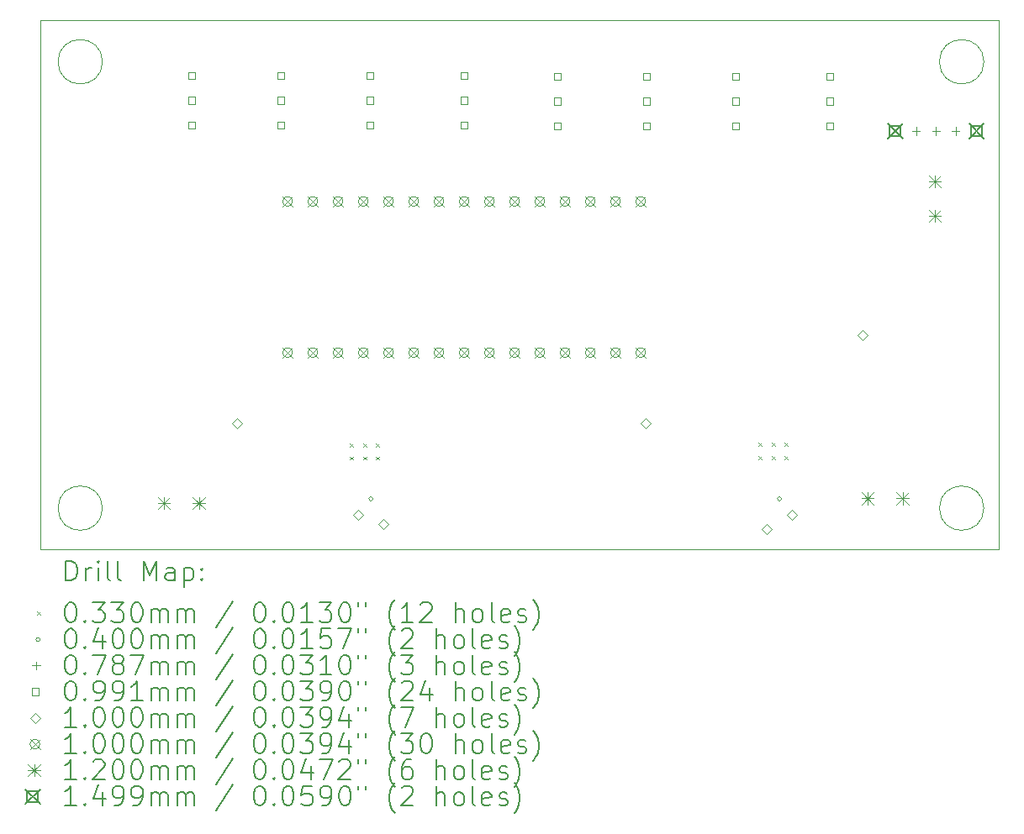
<source format=gbr>
%TF.GenerationSoftware,KiCad,Pcbnew,7.0.7*%
%TF.CreationDate,2024-05-14T17:55:08+07:00*%
%TF.ProjectId,frankii round 2,6672616e-6b69-4692-9072-6f756e642032,rev?*%
%TF.SameCoordinates,Original*%
%TF.FileFunction,Drillmap*%
%TF.FilePolarity,Positive*%
%FSLAX45Y45*%
G04 Gerber Fmt 4.5, Leading zero omitted, Abs format (unit mm)*
G04 Created by KiCad (PCBNEW 7.0.7) date 2024-05-14 17:55:08*
%MOMM*%
%LPD*%
G01*
G04 APERTURE LIST*
%ADD10C,0.100000*%
%ADD11C,0.200000*%
%ADD12C,0.033000*%
%ADD13C,0.040000*%
%ADD14C,0.078740*%
%ADD15C,0.099060*%
%ADD16C,0.120000*%
%ADD17C,0.149860*%
G04 APERTURE END LIST*
D10*
X13323607Y-10000000D02*
G75*
G03*
X13323607Y-10000000I-223607J0D01*
G01*
X13323607Y-5500000D02*
G75*
G03*
X13323607Y-5500000I-223607J0D01*
G01*
X22200000Y-5500000D02*
G75*
G03*
X22200000Y-5500000I-223607J0D01*
G01*
X22200000Y-10000000D02*
G75*
G03*
X22200000Y-10000000I-223607J0D01*
G01*
X12700000Y-5080000D02*
X22352000Y-5080000D01*
X22352000Y-10414000D01*
X12700000Y-10414000D01*
X12700000Y-5080000D01*
D11*
D12*
X15817400Y-9350000D02*
X15850400Y-9383000D01*
X15850400Y-9350000D02*
X15817400Y-9383000D01*
X15817400Y-9480000D02*
X15850400Y-9513000D01*
X15850400Y-9480000D02*
X15817400Y-9513000D01*
X15947400Y-9350000D02*
X15980400Y-9383000D01*
X15980400Y-9350000D02*
X15947400Y-9383000D01*
X15947400Y-9480000D02*
X15980400Y-9513000D01*
X15980400Y-9480000D02*
X15947400Y-9513000D01*
X16077400Y-9350000D02*
X16110400Y-9383000D01*
X16110400Y-9350000D02*
X16077400Y-9383000D01*
X16077400Y-9480000D02*
X16110400Y-9513000D01*
X16110400Y-9480000D02*
X16077400Y-9513000D01*
X19932200Y-9342690D02*
X19965200Y-9375690D01*
X19965200Y-9342690D02*
X19932200Y-9375690D01*
X19932200Y-9472690D02*
X19965200Y-9505690D01*
X19965200Y-9472690D02*
X19932200Y-9505690D01*
X20062200Y-9342690D02*
X20095200Y-9375690D01*
X20095200Y-9342690D02*
X20062200Y-9375690D01*
X20062200Y-9472690D02*
X20095200Y-9505690D01*
X20095200Y-9472690D02*
X20062200Y-9505690D01*
X20192200Y-9342690D02*
X20225200Y-9375690D01*
X20225200Y-9342690D02*
X20192200Y-9375690D01*
X20192200Y-9472690D02*
X20225200Y-9505690D01*
X20225200Y-9472690D02*
X20192200Y-9505690D01*
D13*
X16047400Y-9906000D02*
G75*
G03*
X16047400Y-9906000I-20000J0D01*
G01*
X20162200Y-9906000D02*
G75*
G03*
X20162200Y-9906000I-20000J0D01*
G01*
D14*
X21517000Y-6158230D02*
X21517000Y-6236970D01*
X21477630Y-6197600D02*
X21556370Y-6197600D01*
X21717000Y-6158230D02*
X21717000Y-6236970D01*
X21677630Y-6197600D02*
X21756370Y-6197600D01*
X21917000Y-6158230D02*
X21917000Y-6236970D01*
X21877630Y-6197600D02*
X21956370Y-6197600D01*
D15*
X14255203Y-5673823D02*
X14255203Y-5603777D01*
X14185157Y-5603777D01*
X14185157Y-5673823D01*
X14255203Y-5673823D01*
X14255203Y-5923823D02*
X14255203Y-5853777D01*
X14185157Y-5853777D01*
X14185157Y-5923823D01*
X14255203Y-5923823D01*
X14255203Y-6173823D02*
X14255203Y-6103777D01*
X14185157Y-6103777D01*
X14185157Y-6173823D01*
X14255203Y-6173823D01*
X15155203Y-5673823D02*
X15155203Y-5603777D01*
X15085157Y-5603777D01*
X15085157Y-5673823D01*
X15155203Y-5673823D01*
X15155203Y-5923823D02*
X15155203Y-5853777D01*
X15085157Y-5853777D01*
X15085157Y-5923823D01*
X15155203Y-5923823D01*
X15155203Y-6173823D02*
X15155203Y-6103777D01*
X15085157Y-6103777D01*
X15085157Y-6173823D01*
X15155203Y-6173823D01*
X16055203Y-5673823D02*
X16055203Y-5603777D01*
X15985157Y-5603777D01*
X15985157Y-5673823D01*
X16055203Y-5673823D01*
X16055203Y-5923823D02*
X16055203Y-5853777D01*
X15985157Y-5853777D01*
X15985157Y-5923823D01*
X16055203Y-5923823D01*
X16055203Y-6173823D02*
X16055203Y-6103777D01*
X15985157Y-6103777D01*
X15985157Y-6173823D01*
X16055203Y-6173823D01*
X17002223Y-5673823D02*
X17002223Y-5603777D01*
X16932177Y-5603777D01*
X16932177Y-5673823D01*
X17002223Y-5673823D01*
X17002223Y-5923823D02*
X17002223Y-5853777D01*
X16932177Y-5853777D01*
X16932177Y-5923823D01*
X17002223Y-5923823D01*
X17002223Y-6173823D02*
X17002223Y-6103777D01*
X16932177Y-6103777D01*
X16932177Y-6173823D01*
X17002223Y-6173823D01*
X17938203Y-5681823D02*
X17938203Y-5611777D01*
X17868157Y-5611777D01*
X17868157Y-5681823D01*
X17938203Y-5681823D01*
X17938203Y-5931823D02*
X17938203Y-5861777D01*
X17868157Y-5861777D01*
X17868157Y-5931823D01*
X17938203Y-5931823D01*
X17938203Y-6181823D02*
X17938203Y-6111777D01*
X17868157Y-6111777D01*
X17868157Y-6181823D01*
X17938203Y-6181823D01*
X18838203Y-5681823D02*
X18838203Y-5611777D01*
X18768157Y-5611777D01*
X18768157Y-5681823D01*
X18838203Y-5681823D01*
X18838203Y-5931823D02*
X18838203Y-5861777D01*
X18768157Y-5861777D01*
X18768157Y-5931823D01*
X18838203Y-5931823D01*
X18838203Y-6181823D02*
X18838203Y-6111777D01*
X18768157Y-6111777D01*
X18768157Y-6181823D01*
X18838203Y-6181823D01*
X19738203Y-5681823D02*
X19738203Y-5611777D01*
X19668157Y-5611777D01*
X19668157Y-5681823D01*
X19738203Y-5681823D01*
X19738203Y-5931823D02*
X19738203Y-5861777D01*
X19668157Y-5861777D01*
X19668157Y-5931823D01*
X19738203Y-5931823D01*
X19738203Y-6181823D02*
X19738203Y-6111777D01*
X19668157Y-6111777D01*
X19668157Y-6181823D01*
X19738203Y-6181823D01*
X20685223Y-5681823D02*
X20685223Y-5611777D01*
X20615177Y-5611777D01*
X20615177Y-5681823D01*
X20685223Y-5681823D01*
X20685223Y-5931823D02*
X20685223Y-5861777D01*
X20615177Y-5861777D01*
X20615177Y-5931823D01*
X20685223Y-5931823D01*
X20685223Y-6181823D02*
X20685223Y-6111777D01*
X20615177Y-6111777D01*
X20615177Y-6181823D01*
X20685223Y-6181823D01*
D10*
X14681200Y-9194000D02*
X14731200Y-9144000D01*
X14681200Y-9094000D01*
X14631200Y-9144000D01*
X14681200Y-9194000D01*
X15900400Y-10116250D02*
X15950400Y-10066250D01*
X15900400Y-10016250D01*
X15850400Y-10066250D01*
X15900400Y-10116250D01*
X16154400Y-10210000D02*
X16204400Y-10160000D01*
X16154400Y-10110000D01*
X16104400Y-10160000D01*
X16154400Y-10210000D01*
X18796000Y-9194000D02*
X18846000Y-9144000D01*
X18796000Y-9094000D01*
X18746000Y-9144000D01*
X18796000Y-9194000D01*
X20015200Y-10260800D02*
X20065200Y-10210800D01*
X20015200Y-10160800D01*
X19965200Y-10210800D01*
X20015200Y-10260800D01*
X20269200Y-10116250D02*
X20319200Y-10066250D01*
X20269200Y-10016250D01*
X20219200Y-10066250D01*
X20269200Y-10116250D01*
X20980400Y-8305000D02*
X21030400Y-8255000D01*
X20980400Y-8205000D01*
X20930400Y-8255000D01*
X20980400Y-8305000D01*
X15139200Y-6857800D02*
X15239200Y-6957800D01*
X15239200Y-6857800D02*
X15139200Y-6957800D01*
X15239200Y-6907800D02*
G75*
G03*
X15239200Y-6907800I-50000J0D01*
G01*
X15139200Y-8381800D02*
X15239200Y-8481800D01*
X15239200Y-8381800D02*
X15139200Y-8481800D01*
X15239200Y-8431800D02*
G75*
G03*
X15239200Y-8431800I-50000J0D01*
G01*
X15393200Y-6857800D02*
X15493200Y-6957800D01*
X15493200Y-6857800D02*
X15393200Y-6957800D01*
X15493200Y-6907800D02*
G75*
G03*
X15493200Y-6907800I-50000J0D01*
G01*
X15393200Y-8381800D02*
X15493200Y-8481800D01*
X15493200Y-8381800D02*
X15393200Y-8481800D01*
X15493200Y-8431800D02*
G75*
G03*
X15493200Y-8431800I-50000J0D01*
G01*
X15647200Y-6857800D02*
X15747200Y-6957800D01*
X15747200Y-6857800D02*
X15647200Y-6957800D01*
X15747200Y-6907800D02*
G75*
G03*
X15747200Y-6907800I-50000J0D01*
G01*
X15647200Y-8381800D02*
X15747200Y-8481800D01*
X15747200Y-8381800D02*
X15647200Y-8481800D01*
X15747200Y-8431800D02*
G75*
G03*
X15747200Y-8431800I-50000J0D01*
G01*
X15901200Y-6857800D02*
X16001200Y-6957800D01*
X16001200Y-6857800D02*
X15901200Y-6957800D01*
X16001200Y-6907800D02*
G75*
G03*
X16001200Y-6907800I-50000J0D01*
G01*
X15901200Y-8381800D02*
X16001200Y-8481800D01*
X16001200Y-8381800D02*
X15901200Y-8481800D01*
X16001200Y-8431800D02*
G75*
G03*
X16001200Y-8431800I-50000J0D01*
G01*
X16155200Y-6857800D02*
X16255200Y-6957800D01*
X16255200Y-6857800D02*
X16155200Y-6957800D01*
X16255200Y-6907800D02*
G75*
G03*
X16255200Y-6907800I-50000J0D01*
G01*
X16155200Y-8381800D02*
X16255200Y-8481800D01*
X16255200Y-8381800D02*
X16155200Y-8481800D01*
X16255200Y-8431800D02*
G75*
G03*
X16255200Y-8431800I-50000J0D01*
G01*
X16409200Y-6857800D02*
X16509200Y-6957800D01*
X16509200Y-6857800D02*
X16409200Y-6957800D01*
X16509200Y-6907800D02*
G75*
G03*
X16509200Y-6907800I-50000J0D01*
G01*
X16409200Y-8381800D02*
X16509200Y-8481800D01*
X16509200Y-8381800D02*
X16409200Y-8481800D01*
X16509200Y-8431800D02*
G75*
G03*
X16509200Y-8431800I-50000J0D01*
G01*
X16663200Y-6857800D02*
X16763200Y-6957800D01*
X16763200Y-6857800D02*
X16663200Y-6957800D01*
X16763200Y-6907800D02*
G75*
G03*
X16763200Y-6907800I-50000J0D01*
G01*
X16663200Y-8381800D02*
X16763200Y-8481800D01*
X16763200Y-8381800D02*
X16663200Y-8481800D01*
X16763200Y-8431800D02*
G75*
G03*
X16763200Y-8431800I-50000J0D01*
G01*
X16917200Y-6857800D02*
X17017200Y-6957800D01*
X17017200Y-6857800D02*
X16917200Y-6957800D01*
X17017200Y-6907800D02*
G75*
G03*
X17017200Y-6907800I-50000J0D01*
G01*
X16917200Y-8381800D02*
X17017200Y-8481800D01*
X17017200Y-8381800D02*
X16917200Y-8481800D01*
X17017200Y-8431800D02*
G75*
G03*
X17017200Y-8431800I-50000J0D01*
G01*
X17171200Y-6857800D02*
X17271200Y-6957800D01*
X17271200Y-6857800D02*
X17171200Y-6957800D01*
X17271200Y-6907800D02*
G75*
G03*
X17271200Y-6907800I-50000J0D01*
G01*
X17171200Y-8381800D02*
X17271200Y-8481800D01*
X17271200Y-8381800D02*
X17171200Y-8481800D01*
X17271200Y-8431800D02*
G75*
G03*
X17271200Y-8431800I-50000J0D01*
G01*
X17425200Y-6857800D02*
X17525200Y-6957800D01*
X17525200Y-6857800D02*
X17425200Y-6957800D01*
X17525200Y-6907800D02*
G75*
G03*
X17525200Y-6907800I-50000J0D01*
G01*
X17425200Y-8381800D02*
X17525200Y-8481800D01*
X17525200Y-8381800D02*
X17425200Y-8481800D01*
X17525200Y-8431800D02*
G75*
G03*
X17525200Y-8431800I-50000J0D01*
G01*
X17679200Y-6857800D02*
X17779200Y-6957800D01*
X17779200Y-6857800D02*
X17679200Y-6957800D01*
X17779200Y-6907800D02*
G75*
G03*
X17779200Y-6907800I-50000J0D01*
G01*
X17679200Y-8381800D02*
X17779200Y-8481800D01*
X17779200Y-8381800D02*
X17679200Y-8481800D01*
X17779200Y-8431800D02*
G75*
G03*
X17779200Y-8431800I-50000J0D01*
G01*
X17933200Y-6857800D02*
X18033200Y-6957800D01*
X18033200Y-6857800D02*
X17933200Y-6957800D01*
X18033200Y-6907800D02*
G75*
G03*
X18033200Y-6907800I-50000J0D01*
G01*
X17933200Y-8381800D02*
X18033200Y-8481800D01*
X18033200Y-8381800D02*
X17933200Y-8481800D01*
X18033200Y-8431800D02*
G75*
G03*
X18033200Y-8431800I-50000J0D01*
G01*
X18187200Y-6857800D02*
X18287200Y-6957800D01*
X18287200Y-6857800D02*
X18187200Y-6957800D01*
X18287200Y-6907800D02*
G75*
G03*
X18287200Y-6907800I-50000J0D01*
G01*
X18187200Y-8381800D02*
X18287200Y-8481800D01*
X18287200Y-8381800D02*
X18187200Y-8481800D01*
X18287200Y-8431800D02*
G75*
G03*
X18287200Y-8431800I-50000J0D01*
G01*
X18441200Y-6857800D02*
X18541200Y-6957800D01*
X18541200Y-6857800D02*
X18441200Y-6957800D01*
X18541200Y-6907800D02*
G75*
G03*
X18541200Y-6907800I-50000J0D01*
G01*
X18441200Y-8381800D02*
X18541200Y-8481800D01*
X18541200Y-8381800D02*
X18441200Y-8481800D01*
X18541200Y-8431800D02*
G75*
G03*
X18541200Y-8431800I-50000J0D01*
G01*
X18695200Y-6857800D02*
X18795200Y-6957800D01*
X18795200Y-6857800D02*
X18695200Y-6957800D01*
X18795200Y-6907800D02*
G75*
G03*
X18795200Y-6907800I-50000J0D01*
G01*
X18695200Y-8381800D02*
X18795200Y-8481800D01*
X18795200Y-8381800D02*
X18695200Y-8481800D01*
X18795200Y-8431800D02*
G75*
G03*
X18795200Y-8431800I-50000J0D01*
G01*
D16*
X13884600Y-9886000D02*
X14004600Y-10006000D01*
X14004600Y-9886000D02*
X13884600Y-10006000D01*
X13944600Y-9886000D02*
X13944600Y-10006000D01*
X13884600Y-9946000D02*
X14004600Y-9946000D01*
X14234600Y-9886000D02*
X14354600Y-10006000D01*
X14354600Y-9886000D02*
X14234600Y-10006000D01*
X14294600Y-9886000D02*
X14294600Y-10006000D01*
X14234600Y-9946000D02*
X14354600Y-9946000D01*
X20971200Y-9842000D02*
X21091200Y-9962000D01*
X21091200Y-9842000D02*
X20971200Y-9962000D01*
X21031200Y-9842000D02*
X21031200Y-9962000D01*
X20971200Y-9902000D02*
X21091200Y-9902000D01*
X21321200Y-9842000D02*
X21441200Y-9962000D01*
X21441200Y-9842000D02*
X21321200Y-9962000D01*
X21381200Y-9842000D02*
X21381200Y-9962000D01*
X21321200Y-9902000D02*
X21441200Y-9902000D01*
X21648600Y-6645600D02*
X21768600Y-6765600D01*
X21768600Y-6645600D02*
X21648600Y-6765600D01*
X21708600Y-6645600D02*
X21708600Y-6765600D01*
X21648600Y-6705600D02*
X21768600Y-6705600D01*
X21648600Y-6995600D02*
X21768600Y-7115600D01*
X21768600Y-6995600D02*
X21648600Y-7115600D01*
X21708600Y-6995600D02*
X21708600Y-7115600D01*
X21648600Y-7055600D02*
X21768600Y-7055600D01*
D17*
X21232070Y-6122670D02*
X21381930Y-6272530D01*
X21381930Y-6122670D02*
X21232070Y-6272530D01*
X21359984Y-6250584D02*
X21359984Y-6144616D01*
X21254016Y-6144616D01*
X21254016Y-6250584D01*
X21359984Y-6250584D01*
X22052070Y-6122670D02*
X22201930Y-6272530D01*
X22201930Y-6122670D02*
X22052070Y-6272530D01*
X22179984Y-6250584D02*
X22179984Y-6144616D01*
X22074016Y-6144616D01*
X22074016Y-6250584D01*
X22179984Y-6250584D01*
D11*
X12955777Y-10730484D02*
X12955777Y-10530484D01*
X12955777Y-10530484D02*
X13003396Y-10530484D01*
X13003396Y-10530484D02*
X13031967Y-10540008D01*
X13031967Y-10540008D02*
X13051015Y-10559055D01*
X13051015Y-10559055D02*
X13060539Y-10578103D01*
X13060539Y-10578103D02*
X13070062Y-10616198D01*
X13070062Y-10616198D02*
X13070062Y-10644770D01*
X13070062Y-10644770D02*
X13060539Y-10682865D01*
X13060539Y-10682865D02*
X13051015Y-10701912D01*
X13051015Y-10701912D02*
X13031967Y-10720960D01*
X13031967Y-10720960D02*
X13003396Y-10730484D01*
X13003396Y-10730484D02*
X12955777Y-10730484D01*
X13155777Y-10730484D02*
X13155777Y-10597150D01*
X13155777Y-10635246D02*
X13165301Y-10616198D01*
X13165301Y-10616198D02*
X13174824Y-10606674D01*
X13174824Y-10606674D02*
X13193872Y-10597150D01*
X13193872Y-10597150D02*
X13212920Y-10597150D01*
X13279586Y-10730484D02*
X13279586Y-10597150D01*
X13279586Y-10530484D02*
X13270062Y-10540008D01*
X13270062Y-10540008D02*
X13279586Y-10549531D01*
X13279586Y-10549531D02*
X13289110Y-10540008D01*
X13289110Y-10540008D02*
X13279586Y-10530484D01*
X13279586Y-10530484D02*
X13279586Y-10549531D01*
X13403396Y-10730484D02*
X13384348Y-10720960D01*
X13384348Y-10720960D02*
X13374824Y-10701912D01*
X13374824Y-10701912D02*
X13374824Y-10530484D01*
X13508158Y-10730484D02*
X13489110Y-10720960D01*
X13489110Y-10720960D02*
X13479586Y-10701912D01*
X13479586Y-10701912D02*
X13479586Y-10530484D01*
X13736729Y-10730484D02*
X13736729Y-10530484D01*
X13736729Y-10530484D02*
X13803396Y-10673341D01*
X13803396Y-10673341D02*
X13870062Y-10530484D01*
X13870062Y-10530484D02*
X13870062Y-10730484D01*
X14051015Y-10730484D02*
X14051015Y-10625722D01*
X14051015Y-10625722D02*
X14041491Y-10606674D01*
X14041491Y-10606674D02*
X14022443Y-10597150D01*
X14022443Y-10597150D02*
X13984348Y-10597150D01*
X13984348Y-10597150D02*
X13965301Y-10606674D01*
X14051015Y-10720960D02*
X14031967Y-10730484D01*
X14031967Y-10730484D02*
X13984348Y-10730484D01*
X13984348Y-10730484D02*
X13965301Y-10720960D01*
X13965301Y-10720960D02*
X13955777Y-10701912D01*
X13955777Y-10701912D02*
X13955777Y-10682865D01*
X13955777Y-10682865D02*
X13965301Y-10663817D01*
X13965301Y-10663817D02*
X13984348Y-10654293D01*
X13984348Y-10654293D02*
X14031967Y-10654293D01*
X14031967Y-10654293D02*
X14051015Y-10644770D01*
X14146253Y-10597150D02*
X14146253Y-10797150D01*
X14146253Y-10606674D02*
X14165301Y-10597150D01*
X14165301Y-10597150D02*
X14203396Y-10597150D01*
X14203396Y-10597150D02*
X14222443Y-10606674D01*
X14222443Y-10606674D02*
X14231967Y-10616198D01*
X14231967Y-10616198D02*
X14241491Y-10635246D01*
X14241491Y-10635246D02*
X14241491Y-10692389D01*
X14241491Y-10692389D02*
X14231967Y-10711436D01*
X14231967Y-10711436D02*
X14222443Y-10720960D01*
X14222443Y-10720960D02*
X14203396Y-10730484D01*
X14203396Y-10730484D02*
X14165301Y-10730484D01*
X14165301Y-10730484D02*
X14146253Y-10720960D01*
X14327205Y-10711436D02*
X14336729Y-10720960D01*
X14336729Y-10720960D02*
X14327205Y-10730484D01*
X14327205Y-10730484D02*
X14317682Y-10720960D01*
X14317682Y-10720960D02*
X14327205Y-10711436D01*
X14327205Y-10711436D02*
X14327205Y-10730484D01*
X14327205Y-10606674D02*
X14336729Y-10616198D01*
X14336729Y-10616198D02*
X14327205Y-10625722D01*
X14327205Y-10625722D02*
X14317682Y-10616198D01*
X14317682Y-10616198D02*
X14327205Y-10606674D01*
X14327205Y-10606674D02*
X14327205Y-10625722D01*
D12*
X12662000Y-11042500D02*
X12695000Y-11075500D01*
X12695000Y-11042500D02*
X12662000Y-11075500D01*
D11*
X12993872Y-10950484D02*
X13012920Y-10950484D01*
X13012920Y-10950484D02*
X13031967Y-10960008D01*
X13031967Y-10960008D02*
X13041491Y-10969531D01*
X13041491Y-10969531D02*
X13051015Y-10988579D01*
X13051015Y-10988579D02*
X13060539Y-11026674D01*
X13060539Y-11026674D02*
X13060539Y-11074293D01*
X13060539Y-11074293D02*
X13051015Y-11112389D01*
X13051015Y-11112389D02*
X13041491Y-11131436D01*
X13041491Y-11131436D02*
X13031967Y-11140960D01*
X13031967Y-11140960D02*
X13012920Y-11150484D01*
X13012920Y-11150484D02*
X12993872Y-11150484D01*
X12993872Y-11150484D02*
X12974824Y-11140960D01*
X12974824Y-11140960D02*
X12965301Y-11131436D01*
X12965301Y-11131436D02*
X12955777Y-11112389D01*
X12955777Y-11112389D02*
X12946253Y-11074293D01*
X12946253Y-11074293D02*
X12946253Y-11026674D01*
X12946253Y-11026674D02*
X12955777Y-10988579D01*
X12955777Y-10988579D02*
X12965301Y-10969531D01*
X12965301Y-10969531D02*
X12974824Y-10960008D01*
X12974824Y-10960008D02*
X12993872Y-10950484D01*
X13146253Y-11131436D02*
X13155777Y-11140960D01*
X13155777Y-11140960D02*
X13146253Y-11150484D01*
X13146253Y-11150484D02*
X13136729Y-11140960D01*
X13136729Y-11140960D02*
X13146253Y-11131436D01*
X13146253Y-11131436D02*
X13146253Y-11150484D01*
X13222443Y-10950484D02*
X13346253Y-10950484D01*
X13346253Y-10950484D02*
X13279586Y-11026674D01*
X13279586Y-11026674D02*
X13308158Y-11026674D01*
X13308158Y-11026674D02*
X13327205Y-11036198D01*
X13327205Y-11036198D02*
X13336729Y-11045722D01*
X13336729Y-11045722D02*
X13346253Y-11064770D01*
X13346253Y-11064770D02*
X13346253Y-11112389D01*
X13346253Y-11112389D02*
X13336729Y-11131436D01*
X13336729Y-11131436D02*
X13327205Y-11140960D01*
X13327205Y-11140960D02*
X13308158Y-11150484D01*
X13308158Y-11150484D02*
X13251015Y-11150484D01*
X13251015Y-11150484D02*
X13231967Y-11140960D01*
X13231967Y-11140960D02*
X13222443Y-11131436D01*
X13412920Y-10950484D02*
X13536729Y-10950484D01*
X13536729Y-10950484D02*
X13470062Y-11026674D01*
X13470062Y-11026674D02*
X13498634Y-11026674D01*
X13498634Y-11026674D02*
X13517682Y-11036198D01*
X13517682Y-11036198D02*
X13527205Y-11045722D01*
X13527205Y-11045722D02*
X13536729Y-11064770D01*
X13536729Y-11064770D02*
X13536729Y-11112389D01*
X13536729Y-11112389D02*
X13527205Y-11131436D01*
X13527205Y-11131436D02*
X13517682Y-11140960D01*
X13517682Y-11140960D02*
X13498634Y-11150484D01*
X13498634Y-11150484D02*
X13441491Y-11150484D01*
X13441491Y-11150484D02*
X13422443Y-11140960D01*
X13422443Y-11140960D02*
X13412920Y-11131436D01*
X13660539Y-10950484D02*
X13679586Y-10950484D01*
X13679586Y-10950484D02*
X13698634Y-10960008D01*
X13698634Y-10960008D02*
X13708158Y-10969531D01*
X13708158Y-10969531D02*
X13717682Y-10988579D01*
X13717682Y-10988579D02*
X13727205Y-11026674D01*
X13727205Y-11026674D02*
X13727205Y-11074293D01*
X13727205Y-11074293D02*
X13717682Y-11112389D01*
X13717682Y-11112389D02*
X13708158Y-11131436D01*
X13708158Y-11131436D02*
X13698634Y-11140960D01*
X13698634Y-11140960D02*
X13679586Y-11150484D01*
X13679586Y-11150484D02*
X13660539Y-11150484D01*
X13660539Y-11150484D02*
X13641491Y-11140960D01*
X13641491Y-11140960D02*
X13631967Y-11131436D01*
X13631967Y-11131436D02*
X13622443Y-11112389D01*
X13622443Y-11112389D02*
X13612920Y-11074293D01*
X13612920Y-11074293D02*
X13612920Y-11026674D01*
X13612920Y-11026674D02*
X13622443Y-10988579D01*
X13622443Y-10988579D02*
X13631967Y-10969531D01*
X13631967Y-10969531D02*
X13641491Y-10960008D01*
X13641491Y-10960008D02*
X13660539Y-10950484D01*
X13812920Y-11150484D02*
X13812920Y-11017150D01*
X13812920Y-11036198D02*
X13822443Y-11026674D01*
X13822443Y-11026674D02*
X13841491Y-11017150D01*
X13841491Y-11017150D02*
X13870063Y-11017150D01*
X13870063Y-11017150D02*
X13889110Y-11026674D01*
X13889110Y-11026674D02*
X13898634Y-11045722D01*
X13898634Y-11045722D02*
X13898634Y-11150484D01*
X13898634Y-11045722D02*
X13908158Y-11026674D01*
X13908158Y-11026674D02*
X13927205Y-11017150D01*
X13927205Y-11017150D02*
X13955777Y-11017150D01*
X13955777Y-11017150D02*
X13974824Y-11026674D01*
X13974824Y-11026674D02*
X13984348Y-11045722D01*
X13984348Y-11045722D02*
X13984348Y-11150484D01*
X14079586Y-11150484D02*
X14079586Y-11017150D01*
X14079586Y-11036198D02*
X14089110Y-11026674D01*
X14089110Y-11026674D02*
X14108158Y-11017150D01*
X14108158Y-11017150D02*
X14136729Y-11017150D01*
X14136729Y-11017150D02*
X14155777Y-11026674D01*
X14155777Y-11026674D02*
X14165301Y-11045722D01*
X14165301Y-11045722D02*
X14165301Y-11150484D01*
X14165301Y-11045722D02*
X14174824Y-11026674D01*
X14174824Y-11026674D02*
X14193872Y-11017150D01*
X14193872Y-11017150D02*
X14222443Y-11017150D01*
X14222443Y-11017150D02*
X14241491Y-11026674D01*
X14241491Y-11026674D02*
X14251015Y-11045722D01*
X14251015Y-11045722D02*
X14251015Y-11150484D01*
X14641491Y-10940960D02*
X14470063Y-11198103D01*
X14898634Y-10950484D02*
X14917682Y-10950484D01*
X14917682Y-10950484D02*
X14936729Y-10960008D01*
X14936729Y-10960008D02*
X14946253Y-10969531D01*
X14946253Y-10969531D02*
X14955777Y-10988579D01*
X14955777Y-10988579D02*
X14965301Y-11026674D01*
X14965301Y-11026674D02*
X14965301Y-11074293D01*
X14965301Y-11074293D02*
X14955777Y-11112389D01*
X14955777Y-11112389D02*
X14946253Y-11131436D01*
X14946253Y-11131436D02*
X14936729Y-11140960D01*
X14936729Y-11140960D02*
X14917682Y-11150484D01*
X14917682Y-11150484D02*
X14898634Y-11150484D01*
X14898634Y-11150484D02*
X14879586Y-11140960D01*
X14879586Y-11140960D02*
X14870063Y-11131436D01*
X14870063Y-11131436D02*
X14860539Y-11112389D01*
X14860539Y-11112389D02*
X14851015Y-11074293D01*
X14851015Y-11074293D02*
X14851015Y-11026674D01*
X14851015Y-11026674D02*
X14860539Y-10988579D01*
X14860539Y-10988579D02*
X14870063Y-10969531D01*
X14870063Y-10969531D02*
X14879586Y-10960008D01*
X14879586Y-10960008D02*
X14898634Y-10950484D01*
X15051015Y-11131436D02*
X15060539Y-11140960D01*
X15060539Y-11140960D02*
X15051015Y-11150484D01*
X15051015Y-11150484D02*
X15041491Y-11140960D01*
X15041491Y-11140960D02*
X15051015Y-11131436D01*
X15051015Y-11131436D02*
X15051015Y-11150484D01*
X15184348Y-10950484D02*
X15203396Y-10950484D01*
X15203396Y-10950484D02*
X15222444Y-10960008D01*
X15222444Y-10960008D02*
X15231967Y-10969531D01*
X15231967Y-10969531D02*
X15241491Y-10988579D01*
X15241491Y-10988579D02*
X15251015Y-11026674D01*
X15251015Y-11026674D02*
X15251015Y-11074293D01*
X15251015Y-11074293D02*
X15241491Y-11112389D01*
X15241491Y-11112389D02*
X15231967Y-11131436D01*
X15231967Y-11131436D02*
X15222444Y-11140960D01*
X15222444Y-11140960D02*
X15203396Y-11150484D01*
X15203396Y-11150484D02*
X15184348Y-11150484D01*
X15184348Y-11150484D02*
X15165301Y-11140960D01*
X15165301Y-11140960D02*
X15155777Y-11131436D01*
X15155777Y-11131436D02*
X15146253Y-11112389D01*
X15146253Y-11112389D02*
X15136729Y-11074293D01*
X15136729Y-11074293D02*
X15136729Y-11026674D01*
X15136729Y-11026674D02*
X15146253Y-10988579D01*
X15146253Y-10988579D02*
X15155777Y-10969531D01*
X15155777Y-10969531D02*
X15165301Y-10960008D01*
X15165301Y-10960008D02*
X15184348Y-10950484D01*
X15441491Y-11150484D02*
X15327206Y-11150484D01*
X15384348Y-11150484D02*
X15384348Y-10950484D01*
X15384348Y-10950484D02*
X15365301Y-10979055D01*
X15365301Y-10979055D02*
X15346253Y-10998103D01*
X15346253Y-10998103D02*
X15327206Y-11007627D01*
X15508158Y-10950484D02*
X15631967Y-10950484D01*
X15631967Y-10950484D02*
X15565301Y-11026674D01*
X15565301Y-11026674D02*
X15593872Y-11026674D01*
X15593872Y-11026674D02*
X15612920Y-11036198D01*
X15612920Y-11036198D02*
X15622444Y-11045722D01*
X15622444Y-11045722D02*
X15631967Y-11064770D01*
X15631967Y-11064770D02*
X15631967Y-11112389D01*
X15631967Y-11112389D02*
X15622444Y-11131436D01*
X15622444Y-11131436D02*
X15612920Y-11140960D01*
X15612920Y-11140960D02*
X15593872Y-11150484D01*
X15593872Y-11150484D02*
X15536729Y-11150484D01*
X15536729Y-11150484D02*
X15517682Y-11140960D01*
X15517682Y-11140960D02*
X15508158Y-11131436D01*
X15755777Y-10950484D02*
X15774825Y-10950484D01*
X15774825Y-10950484D02*
X15793872Y-10960008D01*
X15793872Y-10960008D02*
X15803396Y-10969531D01*
X15803396Y-10969531D02*
X15812920Y-10988579D01*
X15812920Y-10988579D02*
X15822444Y-11026674D01*
X15822444Y-11026674D02*
X15822444Y-11074293D01*
X15822444Y-11074293D02*
X15812920Y-11112389D01*
X15812920Y-11112389D02*
X15803396Y-11131436D01*
X15803396Y-11131436D02*
X15793872Y-11140960D01*
X15793872Y-11140960D02*
X15774825Y-11150484D01*
X15774825Y-11150484D02*
X15755777Y-11150484D01*
X15755777Y-11150484D02*
X15736729Y-11140960D01*
X15736729Y-11140960D02*
X15727206Y-11131436D01*
X15727206Y-11131436D02*
X15717682Y-11112389D01*
X15717682Y-11112389D02*
X15708158Y-11074293D01*
X15708158Y-11074293D02*
X15708158Y-11026674D01*
X15708158Y-11026674D02*
X15717682Y-10988579D01*
X15717682Y-10988579D02*
X15727206Y-10969531D01*
X15727206Y-10969531D02*
X15736729Y-10960008D01*
X15736729Y-10960008D02*
X15755777Y-10950484D01*
X15898634Y-10950484D02*
X15898634Y-10988579D01*
X15974825Y-10950484D02*
X15974825Y-10988579D01*
X16270063Y-11226674D02*
X16260539Y-11217150D01*
X16260539Y-11217150D02*
X16241491Y-11188579D01*
X16241491Y-11188579D02*
X16231968Y-11169531D01*
X16231968Y-11169531D02*
X16222444Y-11140960D01*
X16222444Y-11140960D02*
X16212920Y-11093341D01*
X16212920Y-11093341D02*
X16212920Y-11055246D01*
X16212920Y-11055246D02*
X16222444Y-11007627D01*
X16222444Y-11007627D02*
X16231968Y-10979055D01*
X16231968Y-10979055D02*
X16241491Y-10960008D01*
X16241491Y-10960008D02*
X16260539Y-10931436D01*
X16260539Y-10931436D02*
X16270063Y-10921912D01*
X16451015Y-11150484D02*
X16336729Y-11150484D01*
X16393872Y-11150484D02*
X16393872Y-10950484D01*
X16393872Y-10950484D02*
X16374825Y-10979055D01*
X16374825Y-10979055D02*
X16355777Y-10998103D01*
X16355777Y-10998103D02*
X16336729Y-11007627D01*
X16527206Y-10969531D02*
X16536729Y-10960008D01*
X16536729Y-10960008D02*
X16555777Y-10950484D01*
X16555777Y-10950484D02*
X16603396Y-10950484D01*
X16603396Y-10950484D02*
X16622444Y-10960008D01*
X16622444Y-10960008D02*
X16631968Y-10969531D01*
X16631968Y-10969531D02*
X16641491Y-10988579D01*
X16641491Y-10988579D02*
X16641491Y-11007627D01*
X16641491Y-11007627D02*
X16631968Y-11036198D01*
X16631968Y-11036198D02*
X16517682Y-11150484D01*
X16517682Y-11150484D02*
X16641491Y-11150484D01*
X16879587Y-11150484D02*
X16879587Y-10950484D01*
X16965301Y-11150484D02*
X16965301Y-11045722D01*
X16965301Y-11045722D02*
X16955777Y-11026674D01*
X16955777Y-11026674D02*
X16936730Y-11017150D01*
X16936730Y-11017150D02*
X16908158Y-11017150D01*
X16908158Y-11017150D02*
X16889111Y-11026674D01*
X16889111Y-11026674D02*
X16879587Y-11036198D01*
X17089111Y-11150484D02*
X17070063Y-11140960D01*
X17070063Y-11140960D02*
X17060539Y-11131436D01*
X17060539Y-11131436D02*
X17051015Y-11112389D01*
X17051015Y-11112389D02*
X17051015Y-11055246D01*
X17051015Y-11055246D02*
X17060539Y-11036198D01*
X17060539Y-11036198D02*
X17070063Y-11026674D01*
X17070063Y-11026674D02*
X17089111Y-11017150D01*
X17089111Y-11017150D02*
X17117682Y-11017150D01*
X17117682Y-11017150D02*
X17136730Y-11026674D01*
X17136730Y-11026674D02*
X17146253Y-11036198D01*
X17146253Y-11036198D02*
X17155777Y-11055246D01*
X17155777Y-11055246D02*
X17155777Y-11112389D01*
X17155777Y-11112389D02*
X17146253Y-11131436D01*
X17146253Y-11131436D02*
X17136730Y-11140960D01*
X17136730Y-11140960D02*
X17117682Y-11150484D01*
X17117682Y-11150484D02*
X17089111Y-11150484D01*
X17270063Y-11150484D02*
X17251015Y-11140960D01*
X17251015Y-11140960D02*
X17241492Y-11121912D01*
X17241492Y-11121912D02*
X17241492Y-10950484D01*
X17422444Y-11140960D02*
X17403396Y-11150484D01*
X17403396Y-11150484D02*
X17365301Y-11150484D01*
X17365301Y-11150484D02*
X17346253Y-11140960D01*
X17346253Y-11140960D02*
X17336730Y-11121912D01*
X17336730Y-11121912D02*
X17336730Y-11045722D01*
X17336730Y-11045722D02*
X17346253Y-11026674D01*
X17346253Y-11026674D02*
X17365301Y-11017150D01*
X17365301Y-11017150D02*
X17403396Y-11017150D01*
X17403396Y-11017150D02*
X17422444Y-11026674D01*
X17422444Y-11026674D02*
X17431968Y-11045722D01*
X17431968Y-11045722D02*
X17431968Y-11064770D01*
X17431968Y-11064770D02*
X17336730Y-11083817D01*
X17508158Y-11140960D02*
X17527206Y-11150484D01*
X17527206Y-11150484D02*
X17565301Y-11150484D01*
X17565301Y-11150484D02*
X17584349Y-11140960D01*
X17584349Y-11140960D02*
X17593873Y-11121912D01*
X17593873Y-11121912D02*
X17593873Y-11112389D01*
X17593873Y-11112389D02*
X17584349Y-11093341D01*
X17584349Y-11093341D02*
X17565301Y-11083817D01*
X17565301Y-11083817D02*
X17536730Y-11083817D01*
X17536730Y-11083817D02*
X17517682Y-11074293D01*
X17517682Y-11074293D02*
X17508158Y-11055246D01*
X17508158Y-11055246D02*
X17508158Y-11045722D01*
X17508158Y-11045722D02*
X17517682Y-11026674D01*
X17517682Y-11026674D02*
X17536730Y-11017150D01*
X17536730Y-11017150D02*
X17565301Y-11017150D01*
X17565301Y-11017150D02*
X17584349Y-11026674D01*
X17660539Y-11226674D02*
X17670063Y-11217150D01*
X17670063Y-11217150D02*
X17689111Y-11188579D01*
X17689111Y-11188579D02*
X17698634Y-11169531D01*
X17698634Y-11169531D02*
X17708158Y-11140960D01*
X17708158Y-11140960D02*
X17717682Y-11093341D01*
X17717682Y-11093341D02*
X17717682Y-11055246D01*
X17717682Y-11055246D02*
X17708158Y-11007627D01*
X17708158Y-11007627D02*
X17698634Y-10979055D01*
X17698634Y-10979055D02*
X17689111Y-10960008D01*
X17689111Y-10960008D02*
X17670063Y-10931436D01*
X17670063Y-10931436D02*
X17660539Y-10921912D01*
D13*
X12695000Y-11323000D02*
G75*
G03*
X12695000Y-11323000I-20000J0D01*
G01*
D11*
X12993872Y-11214484D02*
X13012920Y-11214484D01*
X13012920Y-11214484D02*
X13031967Y-11224008D01*
X13031967Y-11224008D02*
X13041491Y-11233531D01*
X13041491Y-11233531D02*
X13051015Y-11252579D01*
X13051015Y-11252579D02*
X13060539Y-11290674D01*
X13060539Y-11290674D02*
X13060539Y-11338293D01*
X13060539Y-11338293D02*
X13051015Y-11376388D01*
X13051015Y-11376388D02*
X13041491Y-11395436D01*
X13041491Y-11395436D02*
X13031967Y-11404960D01*
X13031967Y-11404960D02*
X13012920Y-11414484D01*
X13012920Y-11414484D02*
X12993872Y-11414484D01*
X12993872Y-11414484D02*
X12974824Y-11404960D01*
X12974824Y-11404960D02*
X12965301Y-11395436D01*
X12965301Y-11395436D02*
X12955777Y-11376388D01*
X12955777Y-11376388D02*
X12946253Y-11338293D01*
X12946253Y-11338293D02*
X12946253Y-11290674D01*
X12946253Y-11290674D02*
X12955777Y-11252579D01*
X12955777Y-11252579D02*
X12965301Y-11233531D01*
X12965301Y-11233531D02*
X12974824Y-11224008D01*
X12974824Y-11224008D02*
X12993872Y-11214484D01*
X13146253Y-11395436D02*
X13155777Y-11404960D01*
X13155777Y-11404960D02*
X13146253Y-11414484D01*
X13146253Y-11414484D02*
X13136729Y-11404960D01*
X13136729Y-11404960D02*
X13146253Y-11395436D01*
X13146253Y-11395436D02*
X13146253Y-11414484D01*
X13327205Y-11281150D02*
X13327205Y-11414484D01*
X13279586Y-11204960D02*
X13231967Y-11347817D01*
X13231967Y-11347817D02*
X13355777Y-11347817D01*
X13470062Y-11214484D02*
X13489110Y-11214484D01*
X13489110Y-11214484D02*
X13508158Y-11224008D01*
X13508158Y-11224008D02*
X13517682Y-11233531D01*
X13517682Y-11233531D02*
X13527205Y-11252579D01*
X13527205Y-11252579D02*
X13536729Y-11290674D01*
X13536729Y-11290674D02*
X13536729Y-11338293D01*
X13536729Y-11338293D02*
X13527205Y-11376388D01*
X13527205Y-11376388D02*
X13517682Y-11395436D01*
X13517682Y-11395436D02*
X13508158Y-11404960D01*
X13508158Y-11404960D02*
X13489110Y-11414484D01*
X13489110Y-11414484D02*
X13470062Y-11414484D01*
X13470062Y-11414484D02*
X13451015Y-11404960D01*
X13451015Y-11404960D02*
X13441491Y-11395436D01*
X13441491Y-11395436D02*
X13431967Y-11376388D01*
X13431967Y-11376388D02*
X13422443Y-11338293D01*
X13422443Y-11338293D02*
X13422443Y-11290674D01*
X13422443Y-11290674D02*
X13431967Y-11252579D01*
X13431967Y-11252579D02*
X13441491Y-11233531D01*
X13441491Y-11233531D02*
X13451015Y-11224008D01*
X13451015Y-11224008D02*
X13470062Y-11214484D01*
X13660539Y-11214484D02*
X13679586Y-11214484D01*
X13679586Y-11214484D02*
X13698634Y-11224008D01*
X13698634Y-11224008D02*
X13708158Y-11233531D01*
X13708158Y-11233531D02*
X13717682Y-11252579D01*
X13717682Y-11252579D02*
X13727205Y-11290674D01*
X13727205Y-11290674D02*
X13727205Y-11338293D01*
X13727205Y-11338293D02*
X13717682Y-11376388D01*
X13717682Y-11376388D02*
X13708158Y-11395436D01*
X13708158Y-11395436D02*
X13698634Y-11404960D01*
X13698634Y-11404960D02*
X13679586Y-11414484D01*
X13679586Y-11414484D02*
X13660539Y-11414484D01*
X13660539Y-11414484D02*
X13641491Y-11404960D01*
X13641491Y-11404960D02*
X13631967Y-11395436D01*
X13631967Y-11395436D02*
X13622443Y-11376388D01*
X13622443Y-11376388D02*
X13612920Y-11338293D01*
X13612920Y-11338293D02*
X13612920Y-11290674D01*
X13612920Y-11290674D02*
X13622443Y-11252579D01*
X13622443Y-11252579D02*
X13631967Y-11233531D01*
X13631967Y-11233531D02*
X13641491Y-11224008D01*
X13641491Y-11224008D02*
X13660539Y-11214484D01*
X13812920Y-11414484D02*
X13812920Y-11281150D01*
X13812920Y-11300198D02*
X13822443Y-11290674D01*
X13822443Y-11290674D02*
X13841491Y-11281150D01*
X13841491Y-11281150D02*
X13870063Y-11281150D01*
X13870063Y-11281150D02*
X13889110Y-11290674D01*
X13889110Y-11290674D02*
X13898634Y-11309722D01*
X13898634Y-11309722D02*
X13898634Y-11414484D01*
X13898634Y-11309722D02*
X13908158Y-11290674D01*
X13908158Y-11290674D02*
X13927205Y-11281150D01*
X13927205Y-11281150D02*
X13955777Y-11281150D01*
X13955777Y-11281150D02*
X13974824Y-11290674D01*
X13974824Y-11290674D02*
X13984348Y-11309722D01*
X13984348Y-11309722D02*
X13984348Y-11414484D01*
X14079586Y-11414484D02*
X14079586Y-11281150D01*
X14079586Y-11300198D02*
X14089110Y-11290674D01*
X14089110Y-11290674D02*
X14108158Y-11281150D01*
X14108158Y-11281150D02*
X14136729Y-11281150D01*
X14136729Y-11281150D02*
X14155777Y-11290674D01*
X14155777Y-11290674D02*
X14165301Y-11309722D01*
X14165301Y-11309722D02*
X14165301Y-11414484D01*
X14165301Y-11309722D02*
X14174824Y-11290674D01*
X14174824Y-11290674D02*
X14193872Y-11281150D01*
X14193872Y-11281150D02*
X14222443Y-11281150D01*
X14222443Y-11281150D02*
X14241491Y-11290674D01*
X14241491Y-11290674D02*
X14251015Y-11309722D01*
X14251015Y-11309722D02*
X14251015Y-11414484D01*
X14641491Y-11204960D02*
X14470063Y-11462103D01*
X14898634Y-11214484D02*
X14917682Y-11214484D01*
X14917682Y-11214484D02*
X14936729Y-11224008D01*
X14936729Y-11224008D02*
X14946253Y-11233531D01*
X14946253Y-11233531D02*
X14955777Y-11252579D01*
X14955777Y-11252579D02*
X14965301Y-11290674D01*
X14965301Y-11290674D02*
X14965301Y-11338293D01*
X14965301Y-11338293D02*
X14955777Y-11376388D01*
X14955777Y-11376388D02*
X14946253Y-11395436D01*
X14946253Y-11395436D02*
X14936729Y-11404960D01*
X14936729Y-11404960D02*
X14917682Y-11414484D01*
X14917682Y-11414484D02*
X14898634Y-11414484D01*
X14898634Y-11414484D02*
X14879586Y-11404960D01*
X14879586Y-11404960D02*
X14870063Y-11395436D01*
X14870063Y-11395436D02*
X14860539Y-11376388D01*
X14860539Y-11376388D02*
X14851015Y-11338293D01*
X14851015Y-11338293D02*
X14851015Y-11290674D01*
X14851015Y-11290674D02*
X14860539Y-11252579D01*
X14860539Y-11252579D02*
X14870063Y-11233531D01*
X14870063Y-11233531D02*
X14879586Y-11224008D01*
X14879586Y-11224008D02*
X14898634Y-11214484D01*
X15051015Y-11395436D02*
X15060539Y-11404960D01*
X15060539Y-11404960D02*
X15051015Y-11414484D01*
X15051015Y-11414484D02*
X15041491Y-11404960D01*
X15041491Y-11404960D02*
X15051015Y-11395436D01*
X15051015Y-11395436D02*
X15051015Y-11414484D01*
X15184348Y-11214484D02*
X15203396Y-11214484D01*
X15203396Y-11214484D02*
X15222444Y-11224008D01*
X15222444Y-11224008D02*
X15231967Y-11233531D01*
X15231967Y-11233531D02*
X15241491Y-11252579D01*
X15241491Y-11252579D02*
X15251015Y-11290674D01*
X15251015Y-11290674D02*
X15251015Y-11338293D01*
X15251015Y-11338293D02*
X15241491Y-11376388D01*
X15241491Y-11376388D02*
X15231967Y-11395436D01*
X15231967Y-11395436D02*
X15222444Y-11404960D01*
X15222444Y-11404960D02*
X15203396Y-11414484D01*
X15203396Y-11414484D02*
X15184348Y-11414484D01*
X15184348Y-11414484D02*
X15165301Y-11404960D01*
X15165301Y-11404960D02*
X15155777Y-11395436D01*
X15155777Y-11395436D02*
X15146253Y-11376388D01*
X15146253Y-11376388D02*
X15136729Y-11338293D01*
X15136729Y-11338293D02*
X15136729Y-11290674D01*
X15136729Y-11290674D02*
X15146253Y-11252579D01*
X15146253Y-11252579D02*
X15155777Y-11233531D01*
X15155777Y-11233531D02*
X15165301Y-11224008D01*
X15165301Y-11224008D02*
X15184348Y-11214484D01*
X15441491Y-11414484D02*
X15327206Y-11414484D01*
X15384348Y-11414484D02*
X15384348Y-11214484D01*
X15384348Y-11214484D02*
X15365301Y-11243055D01*
X15365301Y-11243055D02*
X15346253Y-11262103D01*
X15346253Y-11262103D02*
X15327206Y-11271627D01*
X15622444Y-11214484D02*
X15527206Y-11214484D01*
X15527206Y-11214484D02*
X15517682Y-11309722D01*
X15517682Y-11309722D02*
X15527206Y-11300198D01*
X15527206Y-11300198D02*
X15546253Y-11290674D01*
X15546253Y-11290674D02*
X15593872Y-11290674D01*
X15593872Y-11290674D02*
X15612920Y-11300198D01*
X15612920Y-11300198D02*
X15622444Y-11309722D01*
X15622444Y-11309722D02*
X15631967Y-11328769D01*
X15631967Y-11328769D02*
X15631967Y-11376388D01*
X15631967Y-11376388D02*
X15622444Y-11395436D01*
X15622444Y-11395436D02*
X15612920Y-11404960D01*
X15612920Y-11404960D02*
X15593872Y-11414484D01*
X15593872Y-11414484D02*
X15546253Y-11414484D01*
X15546253Y-11414484D02*
X15527206Y-11404960D01*
X15527206Y-11404960D02*
X15517682Y-11395436D01*
X15698634Y-11214484D02*
X15831967Y-11214484D01*
X15831967Y-11214484D02*
X15746253Y-11414484D01*
X15898634Y-11214484D02*
X15898634Y-11252579D01*
X15974825Y-11214484D02*
X15974825Y-11252579D01*
X16270063Y-11490674D02*
X16260539Y-11481150D01*
X16260539Y-11481150D02*
X16241491Y-11452579D01*
X16241491Y-11452579D02*
X16231968Y-11433531D01*
X16231968Y-11433531D02*
X16222444Y-11404960D01*
X16222444Y-11404960D02*
X16212920Y-11357341D01*
X16212920Y-11357341D02*
X16212920Y-11319246D01*
X16212920Y-11319246D02*
X16222444Y-11271627D01*
X16222444Y-11271627D02*
X16231968Y-11243055D01*
X16231968Y-11243055D02*
X16241491Y-11224008D01*
X16241491Y-11224008D02*
X16260539Y-11195436D01*
X16260539Y-11195436D02*
X16270063Y-11185912D01*
X16336729Y-11233531D02*
X16346253Y-11224008D01*
X16346253Y-11224008D02*
X16365301Y-11214484D01*
X16365301Y-11214484D02*
X16412920Y-11214484D01*
X16412920Y-11214484D02*
X16431968Y-11224008D01*
X16431968Y-11224008D02*
X16441491Y-11233531D01*
X16441491Y-11233531D02*
X16451015Y-11252579D01*
X16451015Y-11252579D02*
X16451015Y-11271627D01*
X16451015Y-11271627D02*
X16441491Y-11300198D01*
X16441491Y-11300198D02*
X16327206Y-11414484D01*
X16327206Y-11414484D02*
X16451015Y-11414484D01*
X16689110Y-11414484D02*
X16689110Y-11214484D01*
X16774825Y-11414484D02*
X16774825Y-11309722D01*
X16774825Y-11309722D02*
X16765301Y-11290674D01*
X16765301Y-11290674D02*
X16746253Y-11281150D01*
X16746253Y-11281150D02*
X16717682Y-11281150D01*
X16717682Y-11281150D02*
X16698634Y-11290674D01*
X16698634Y-11290674D02*
X16689110Y-11300198D01*
X16898634Y-11414484D02*
X16879587Y-11404960D01*
X16879587Y-11404960D02*
X16870063Y-11395436D01*
X16870063Y-11395436D02*
X16860539Y-11376388D01*
X16860539Y-11376388D02*
X16860539Y-11319246D01*
X16860539Y-11319246D02*
X16870063Y-11300198D01*
X16870063Y-11300198D02*
X16879587Y-11290674D01*
X16879587Y-11290674D02*
X16898634Y-11281150D01*
X16898634Y-11281150D02*
X16927206Y-11281150D01*
X16927206Y-11281150D02*
X16946253Y-11290674D01*
X16946253Y-11290674D02*
X16955777Y-11300198D01*
X16955777Y-11300198D02*
X16965301Y-11319246D01*
X16965301Y-11319246D02*
X16965301Y-11376388D01*
X16965301Y-11376388D02*
X16955777Y-11395436D01*
X16955777Y-11395436D02*
X16946253Y-11404960D01*
X16946253Y-11404960D02*
X16927206Y-11414484D01*
X16927206Y-11414484D02*
X16898634Y-11414484D01*
X17079587Y-11414484D02*
X17060539Y-11404960D01*
X17060539Y-11404960D02*
X17051015Y-11385912D01*
X17051015Y-11385912D02*
X17051015Y-11214484D01*
X17231968Y-11404960D02*
X17212920Y-11414484D01*
X17212920Y-11414484D02*
X17174825Y-11414484D01*
X17174825Y-11414484D02*
X17155777Y-11404960D01*
X17155777Y-11404960D02*
X17146253Y-11385912D01*
X17146253Y-11385912D02*
X17146253Y-11309722D01*
X17146253Y-11309722D02*
X17155777Y-11290674D01*
X17155777Y-11290674D02*
X17174825Y-11281150D01*
X17174825Y-11281150D02*
X17212920Y-11281150D01*
X17212920Y-11281150D02*
X17231968Y-11290674D01*
X17231968Y-11290674D02*
X17241492Y-11309722D01*
X17241492Y-11309722D02*
X17241492Y-11328769D01*
X17241492Y-11328769D02*
X17146253Y-11347817D01*
X17317682Y-11404960D02*
X17336730Y-11414484D01*
X17336730Y-11414484D02*
X17374825Y-11414484D01*
X17374825Y-11414484D02*
X17393873Y-11404960D01*
X17393873Y-11404960D02*
X17403396Y-11385912D01*
X17403396Y-11385912D02*
X17403396Y-11376388D01*
X17403396Y-11376388D02*
X17393873Y-11357341D01*
X17393873Y-11357341D02*
X17374825Y-11347817D01*
X17374825Y-11347817D02*
X17346253Y-11347817D01*
X17346253Y-11347817D02*
X17327206Y-11338293D01*
X17327206Y-11338293D02*
X17317682Y-11319246D01*
X17317682Y-11319246D02*
X17317682Y-11309722D01*
X17317682Y-11309722D02*
X17327206Y-11290674D01*
X17327206Y-11290674D02*
X17346253Y-11281150D01*
X17346253Y-11281150D02*
X17374825Y-11281150D01*
X17374825Y-11281150D02*
X17393873Y-11290674D01*
X17470063Y-11490674D02*
X17479587Y-11481150D01*
X17479587Y-11481150D02*
X17498634Y-11452579D01*
X17498634Y-11452579D02*
X17508158Y-11433531D01*
X17508158Y-11433531D02*
X17517682Y-11404960D01*
X17517682Y-11404960D02*
X17527206Y-11357341D01*
X17527206Y-11357341D02*
X17527206Y-11319246D01*
X17527206Y-11319246D02*
X17517682Y-11271627D01*
X17517682Y-11271627D02*
X17508158Y-11243055D01*
X17508158Y-11243055D02*
X17498634Y-11224008D01*
X17498634Y-11224008D02*
X17479587Y-11195436D01*
X17479587Y-11195436D02*
X17470063Y-11185912D01*
D14*
X12655630Y-11547630D02*
X12655630Y-11626370D01*
X12616260Y-11587000D02*
X12695000Y-11587000D01*
D11*
X12993872Y-11478484D02*
X13012920Y-11478484D01*
X13012920Y-11478484D02*
X13031967Y-11488008D01*
X13031967Y-11488008D02*
X13041491Y-11497531D01*
X13041491Y-11497531D02*
X13051015Y-11516579D01*
X13051015Y-11516579D02*
X13060539Y-11554674D01*
X13060539Y-11554674D02*
X13060539Y-11602293D01*
X13060539Y-11602293D02*
X13051015Y-11640388D01*
X13051015Y-11640388D02*
X13041491Y-11659436D01*
X13041491Y-11659436D02*
X13031967Y-11668960D01*
X13031967Y-11668960D02*
X13012920Y-11678484D01*
X13012920Y-11678484D02*
X12993872Y-11678484D01*
X12993872Y-11678484D02*
X12974824Y-11668960D01*
X12974824Y-11668960D02*
X12965301Y-11659436D01*
X12965301Y-11659436D02*
X12955777Y-11640388D01*
X12955777Y-11640388D02*
X12946253Y-11602293D01*
X12946253Y-11602293D02*
X12946253Y-11554674D01*
X12946253Y-11554674D02*
X12955777Y-11516579D01*
X12955777Y-11516579D02*
X12965301Y-11497531D01*
X12965301Y-11497531D02*
X12974824Y-11488008D01*
X12974824Y-11488008D02*
X12993872Y-11478484D01*
X13146253Y-11659436D02*
X13155777Y-11668960D01*
X13155777Y-11668960D02*
X13146253Y-11678484D01*
X13146253Y-11678484D02*
X13136729Y-11668960D01*
X13136729Y-11668960D02*
X13146253Y-11659436D01*
X13146253Y-11659436D02*
X13146253Y-11678484D01*
X13222443Y-11478484D02*
X13355777Y-11478484D01*
X13355777Y-11478484D02*
X13270062Y-11678484D01*
X13460539Y-11564198D02*
X13441491Y-11554674D01*
X13441491Y-11554674D02*
X13431967Y-11545150D01*
X13431967Y-11545150D02*
X13422443Y-11526103D01*
X13422443Y-11526103D02*
X13422443Y-11516579D01*
X13422443Y-11516579D02*
X13431967Y-11497531D01*
X13431967Y-11497531D02*
X13441491Y-11488008D01*
X13441491Y-11488008D02*
X13460539Y-11478484D01*
X13460539Y-11478484D02*
X13498634Y-11478484D01*
X13498634Y-11478484D02*
X13517682Y-11488008D01*
X13517682Y-11488008D02*
X13527205Y-11497531D01*
X13527205Y-11497531D02*
X13536729Y-11516579D01*
X13536729Y-11516579D02*
X13536729Y-11526103D01*
X13536729Y-11526103D02*
X13527205Y-11545150D01*
X13527205Y-11545150D02*
X13517682Y-11554674D01*
X13517682Y-11554674D02*
X13498634Y-11564198D01*
X13498634Y-11564198D02*
X13460539Y-11564198D01*
X13460539Y-11564198D02*
X13441491Y-11573722D01*
X13441491Y-11573722D02*
X13431967Y-11583246D01*
X13431967Y-11583246D02*
X13422443Y-11602293D01*
X13422443Y-11602293D02*
X13422443Y-11640388D01*
X13422443Y-11640388D02*
X13431967Y-11659436D01*
X13431967Y-11659436D02*
X13441491Y-11668960D01*
X13441491Y-11668960D02*
X13460539Y-11678484D01*
X13460539Y-11678484D02*
X13498634Y-11678484D01*
X13498634Y-11678484D02*
X13517682Y-11668960D01*
X13517682Y-11668960D02*
X13527205Y-11659436D01*
X13527205Y-11659436D02*
X13536729Y-11640388D01*
X13536729Y-11640388D02*
X13536729Y-11602293D01*
X13536729Y-11602293D02*
X13527205Y-11583246D01*
X13527205Y-11583246D02*
X13517682Y-11573722D01*
X13517682Y-11573722D02*
X13498634Y-11564198D01*
X13603396Y-11478484D02*
X13736729Y-11478484D01*
X13736729Y-11478484D02*
X13651015Y-11678484D01*
X13812920Y-11678484D02*
X13812920Y-11545150D01*
X13812920Y-11564198D02*
X13822443Y-11554674D01*
X13822443Y-11554674D02*
X13841491Y-11545150D01*
X13841491Y-11545150D02*
X13870063Y-11545150D01*
X13870063Y-11545150D02*
X13889110Y-11554674D01*
X13889110Y-11554674D02*
X13898634Y-11573722D01*
X13898634Y-11573722D02*
X13898634Y-11678484D01*
X13898634Y-11573722D02*
X13908158Y-11554674D01*
X13908158Y-11554674D02*
X13927205Y-11545150D01*
X13927205Y-11545150D02*
X13955777Y-11545150D01*
X13955777Y-11545150D02*
X13974824Y-11554674D01*
X13974824Y-11554674D02*
X13984348Y-11573722D01*
X13984348Y-11573722D02*
X13984348Y-11678484D01*
X14079586Y-11678484D02*
X14079586Y-11545150D01*
X14079586Y-11564198D02*
X14089110Y-11554674D01*
X14089110Y-11554674D02*
X14108158Y-11545150D01*
X14108158Y-11545150D02*
X14136729Y-11545150D01*
X14136729Y-11545150D02*
X14155777Y-11554674D01*
X14155777Y-11554674D02*
X14165301Y-11573722D01*
X14165301Y-11573722D02*
X14165301Y-11678484D01*
X14165301Y-11573722D02*
X14174824Y-11554674D01*
X14174824Y-11554674D02*
X14193872Y-11545150D01*
X14193872Y-11545150D02*
X14222443Y-11545150D01*
X14222443Y-11545150D02*
X14241491Y-11554674D01*
X14241491Y-11554674D02*
X14251015Y-11573722D01*
X14251015Y-11573722D02*
X14251015Y-11678484D01*
X14641491Y-11468960D02*
X14470063Y-11726103D01*
X14898634Y-11478484D02*
X14917682Y-11478484D01*
X14917682Y-11478484D02*
X14936729Y-11488008D01*
X14936729Y-11488008D02*
X14946253Y-11497531D01*
X14946253Y-11497531D02*
X14955777Y-11516579D01*
X14955777Y-11516579D02*
X14965301Y-11554674D01*
X14965301Y-11554674D02*
X14965301Y-11602293D01*
X14965301Y-11602293D02*
X14955777Y-11640388D01*
X14955777Y-11640388D02*
X14946253Y-11659436D01*
X14946253Y-11659436D02*
X14936729Y-11668960D01*
X14936729Y-11668960D02*
X14917682Y-11678484D01*
X14917682Y-11678484D02*
X14898634Y-11678484D01*
X14898634Y-11678484D02*
X14879586Y-11668960D01*
X14879586Y-11668960D02*
X14870063Y-11659436D01*
X14870063Y-11659436D02*
X14860539Y-11640388D01*
X14860539Y-11640388D02*
X14851015Y-11602293D01*
X14851015Y-11602293D02*
X14851015Y-11554674D01*
X14851015Y-11554674D02*
X14860539Y-11516579D01*
X14860539Y-11516579D02*
X14870063Y-11497531D01*
X14870063Y-11497531D02*
X14879586Y-11488008D01*
X14879586Y-11488008D02*
X14898634Y-11478484D01*
X15051015Y-11659436D02*
X15060539Y-11668960D01*
X15060539Y-11668960D02*
X15051015Y-11678484D01*
X15051015Y-11678484D02*
X15041491Y-11668960D01*
X15041491Y-11668960D02*
X15051015Y-11659436D01*
X15051015Y-11659436D02*
X15051015Y-11678484D01*
X15184348Y-11478484D02*
X15203396Y-11478484D01*
X15203396Y-11478484D02*
X15222444Y-11488008D01*
X15222444Y-11488008D02*
X15231967Y-11497531D01*
X15231967Y-11497531D02*
X15241491Y-11516579D01*
X15241491Y-11516579D02*
X15251015Y-11554674D01*
X15251015Y-11554674D02*
X15251015Y-11602293D01*
X15251015Y-11602293D02*
X15241491Y-11640388D01*
X15241491Y-11640388D02*
X15231967Y-11659436D01*
X15231967Y-11659436D02*
X15222444Y-11668960D01*
X15222444Y-11668960D02*
X15203396Y-11678484D01*
X15203396Y-11678484D02*
X15184348Y-11678484D01*
X15184348Y-11678484D02*
X15165301Y-11668960D01*
X15165301Y-11668960D02*
X15155777Y-11659436D01*
X15155777Y-11659436D02*
X15146253Y-11640388D01*
X15146253Y-11640388D02*
X15136729Y-11602293D01*
X15136729Y-11602293D02*
X15136729Y-11554674D01*
X15136729Y-11554674D02*
X15146253Y-11516579D01*
X15146253Y-11516579D02*
X15155777Y-11497531D01*
X15155777Y-11497531D02*
X15165301Y-11488008D01*
X15165301Y-11488008D02*
X15184348Y-11478484D01*
X15317682Y-11478484D02*
X15441491Y-11478484D01*
X15441491Y-11478484D02*
X15374825Y-11554674D01*
X15374825Y-11554674D02*
X15403396Y-11554674D01*
X15403396Y-11554674D02*
X15422444Y-11564198D01*
X15422444Y-11564198D02*
X15431967Y-11573722D01*
X15431967Y-11573722D02*
X15441491Y-11592769D01*
X15441491Y-11592769D02*
X15441491Y-11640388D01*
X15441491Y-11640388D02*
X15431967Y-11659436D01*
X15431967Y-11659436D02*
X15422444Y-11668960D01*
X15422444Y-11668960D02*
X15403396Y-11678484D01*
X15403396Y-11678484D02*
X15346253Y-11678484D01*
X15346253Y-11678484D02*
X15327206Y-11668960D01*
X15327206Y-11668960D02*
X15317682Y-11659436D01*
X15631967Y-11678484D02*
X15517682Y-11678484D01*
X15574825Y-11678484D02*
X15574825Y-11478484D01*
X15574825Y-11478484D02*
X15555777Y-11507055D01*
X15555777Y-11507055D02*
X15536729Y-11526103D01*
X15536729Y-11526103D02*
X15517682Y-11535627D01*
X15755777Y-11478484D02*
X15774825Y-11478484D01*
X15774825Y-11478484D02*
X15793872Y-11488008D01*
X15793872Y-11488008D02*
X15803396Y-11497531D01*
X15803396Y-11497531D02*
X15812920Y-11516579D01*
X15812920Y-11516579D02*
X15822444Y-11554674D01*
X15822444Y-11554674D02*
X15822444Y-11602293D01*
X15822444Y-11602293D02*
X15812920Y-11640388D01*
X15812920Y-11640388D02*
X15803396Y-11659436D01*
X15803396Y-11659436D02*
X15793872Y-11668960D01*
X15793872Y-11668960D02*
X15774825Y-11678484D01*
X15774825Y-11678484D02*
X15755777Y-11678484D01*
X15755777Y-11678484D02*
X15736729Y-11668960D01*
X15736729Y-11668960D02*
X15727206Y-11659436D01*
X15727206Y-11659436D02*
X15717682Y-11640388D01*
X15717682Y-11640388D02*
X15708158Y-11602293D01*
X15708158Y-11602293D02*
X15708158Y-11554674D01*
X15708158Y-11554674D02*
X15717682Y-11516579D01*
X15717682Y-11516579D02*
X15727206Y-11497531D01*
X15727206Y-11497531D02*
X15736729Y-11488008D01*
X15736729Y-11488008D02*
X15755777Y-11478484D01*
X15898634Y-11478484D02*
X15898634Y-11516579D01*
X15974825Y-11478484D02*
X15974825Y-11516579D01*
X16270063Y-11754674D02*
X16260539Y-11745150D01*
X16260539Y-11745150D02*
X16241491Y-11716579D01*
X16241491Y-11716579D02*
X16231968Y-11697531D01*
X16231968Y-11697531D02*
X16222444Y-11668960D01*
X16222444Y-11668960D02*
X16212920Y-11621341D01*
X16212920Y-11621341D02*
X16212920Y-11583246D01*
X16212920Y-11583246D02*
X16222444Y-11535627D01*
X16222444Y-11535627D02*
X16231968Y-11507055D01*
X16231968Y-11507055D02*
X16241491Y-11488008D01*
X16241491Y-11488008D02*
X16260539Y-11459436D01*
X16260539Y-11459436D02*
X16270063Y-11449912D01*
X16327206Y-11478484D02*
X16451015Y-11478484D01*
X16451015Y-11478484D02*
X16384348Y-11554674D01*
X16384348Y-11554674D02*
X16412920Y-11554674D01*
X16412920Y-11554674D02*
X16431968Y-11564198D01*
X16431968Y-11564198D02*
X16441491Y-11573722D01*
X16441491Y-11573722D02*
X16451015Y-11592769D01*
X16451015Y-11592769D02*
X16451015Y-11640388D01*
X16451015Y-11640388D02*
X16441491Y-11659436D01*
X16441491Y-11659436D02*
X16431968Y-11668960D01*
X16431968Y-11668960D02*
X16412920Y-11678484D01*
X16412920Y-11678484D02*
X16355777Y-11678484D01*
X16355777Y-11678484D02*
X16336729Y-11668960D01*
X16336729Y-11668960D02*
X16327206Y-11659436D01*
X16689110Y-11678484D02*
X16689110Y-11478484D01*
X16774825Y-11678484D02*
X16774825Y-11573722D01*
X16774825Y-11573722D02*
X16765301Y-11554674D01*
X16765301Y-11554674D02*
X16746253Y-11545150D01*
X16746253Y-11545150D02*
X16717682Y-11545150D01*
X16717682Y-11545150D02*
X16698634Y-11554674D01*
X16698634Y-11554674D02*
X16689110Y-11564198D01*
X16898634Y-11678484D02*
X16879587Y-11668960D01*
X16879587Y-11668960D02*
X16870063Y-11659436D01*
X16870063Y-11659436D02*
X16860539Y-11640388D01*
X16860539Y-11640388D02*
X16860539Y-11583246D01*
X16860539Y-11583246D02*
X16870063Y-11564198D01*
X16870063Y-11564198D02*
X16879587Y-11554674D01*
X16879587Y-11554674D02*
X16898634Y-11545150D01*
X16898634Y-11545150D02*
X16927206Y-11545150D01*
X16927206Y-11545150D02*
X16946253Y-11554674D01*
X16946253Y-11554674D02*
X16955777Y-11564198D01*
X16955777Y-11564198D02*
X16965301Y-11583246D01*
X16965301Y-11583246D02*
X16965301Y-11640388D01*
X16965301Y-11640388D02*
X16955777Y-11659436D01*
X16955777Y-11659436D02*
X16946253Y-11668960D01*
X16946253Y-11668960D02*
X16927206Y-11678484D01*
X16927206Y-11678484D02*
X16898634Y-11678484D01*
X17079587Y-11678484D02*
X17060539Y-11668960D01*
X17060539Y-11668960D02*
X17051015Y-11649912D01*
X17051015Y-11649912D02*
X17051015Y-11478484D01*
X17231968Y-11668960D02*
X17212920Y-11678484D01*
X17212920Y-11678484D02*
X17174825Y-11678484D01*
X17174825Y-11678484D02*
X17155777Y-11668960D01*
X17155777Y-11668960D02*
X17146253Y-11649912D01*
X17146253Y-11649912D02*
X17146253Y-11573722D01*
X17146253Y-11573722D02*
X17155777Y-11554674D01*
X17155777Y-11554674D02*
X17174825Y-11545150D01*
X17174825Y-11545150D02*
X17212920Y-11545150D01*
X17212920Y-11545150D02*
X17231968Y-11554674D01*
X17231968Y-11554674D02*
X17241492Y-11573722D01*
X17241492Y-11573722D02*
X17241492Y-11592769D01*
X17241492Y-11592769D02*
X17146253Y-11611817D01*
X17317682Y-11668960D02*
X17336730Y-11678484D01*
X17336730Y-11678484D02*
X17374825Y-11678484D01*
X17374825Y-11678484D02*
X17393873Y-11668960D01*
X17393873Y-11668960D02*
X17403396Y-11649912D01*
X17403396Y-11649912D02*
X17403396Y-11640388D01*
X17403396Y-11640388D02*
X17393873Y-11621341D01*
X17393873Y-11621341D02*
X17374825Y-11611817D01*
X17374825Y-11611817D02*
X17346253Y-11611817D01*
X17346253Y-11611817D02*
X17327206Y-11602293D01*
X17327206Y-11602293D02*
X17317682Y-11583246D01*
X17317682Y-11583246D02*
X17317682Y-11573722D01*
X17317682Y-11573722D02*
X17327206Y-11554674D01*
X17327206Y-11554674D02*
X17346253Y-11545150D01*
X17346253Y-11545150D02*
X17374825Y-11545150D01*
X17374825Y-11545150D02*
X17393873Y-11554674D01*
X17470063Y-11754674D02*
X17479587Y-11745150D01*
X17479587Y-11745150D02*
X17498634Y-11716579D01*
X17498634Y-11716579D02*
X17508158Y-11697531D01*
X17508158Y-11697531D02*
X17517682Y-11668960D01*
X17517682Y-11668960D02*
X17527206Y-11621341D01*
X17527206Y-11621341D02*
X17527206Y-11583246D01*
X17527206Y-11583246D02*
X17517682Y-11535627D01*
X17517682Y-11535627D02*
X17508158Y-11507055D01*
X17508158Y-11507055D02*
X17498634Y-11488008D01*
X17498634Y-11488008D02*
X17479587Y-11459436D01*
X17479587Y-11459436D02*
X17470063Y-11449912D01*
D15*
X12680493Y-11886023D02*
X12680493Y-11815977D01*
X12610447Y-11815977D01*
X12610447Y-11886023D01*
X12680493Y-11886023D01*
D11*
X12993872Y-11742484D02*
X13012920Y-11742484D01*
X13012920Y-11742484D02*
X13031967Y-11752008D01*
X13031967Y-11752008D02*
X13041491Y-11761531D01*
X13041491Y-11761531D02*
X13051015Y-11780579D01*
X13051015Y-11780579D02*
X13060539Y-11818674D01*
X13060539Y-11818674D02*
X13060539Y-11866293D01*
X13060539Y-11866293D02*
X13051015Y-11904388D01*
X13051015Y-11904388D02*
X13041491Y-11923436D01*
X13041491Y-11923436D02*
X13031967Y-11932960D01*
X13031967Y-11932960D02*
X13012920Y-11942484D01*
X13012920Y-11942484D02*
X12993872Y-11942484D01*
X12993872Y-11942484D02*
X12974824Y-11932960D01*
X12974824Y-11932960D02*
X12965301Y-11923436D01*
X12965301Y-11923436D02*
X12955777Y-11904388D01*
X12955777Y-11904388D02*
X12946253Y-11866293D01*
X12946253Y-11866293D02*
X12946253Y-11818674D01*
X12946253Y-11818674D02*
X12955777Y-11780579D01*
X12955777Y-11780579D02*
X12965301Y-11761531D01*
X12965301Y-11761531D02*
X12974824Y-11752008D01*
X12974824Y-11752008D02*
X12993872Y-11742484D01*
X13146253Y-11923436D02*
X13155777Y-11932960D01*
X13155777Y-11932960D02*
X13146253Y-11942484D01*
X13146253Y-11942484D02*
X13136729Y-11932960D01*
X13136729Y-11932960D02*
X13146253Y-11923436D01*
X13146253Y-11923436D02*
X13146253Y-11942484D01*
X13251015Y-11942484D02*
X13289110Y-11942484D01*
X13289110Y-11942484D02*
X13308158Y-11932960D01*
X13308158Y-11932960D02*
X13317682Y-11923436D01*
X13317682Y-11923436D02*
X13336729Y-11894865D01*
X13336729Y-11894865D02*
X13346253Y-11856769D01*
X13346253Y-11856769D02*
X13346253Y-11780579D01*
X13346253Y-11780579D02*
X13336729Y-11761531D01*
X13336729Y-11761531D02*
X13327205Y-11752008D01*
X13327205Y-11752008D02*
X13308158Y-11742484D01*
X13308158Y-11742484D02*
X13270062Y-11742484D01*
X13270062Y-11742484D02*
X13251015Y-11752008D01*
X13251015Y-11752008D02*
X13241491Y-11761531D01*
X13241491Y-11761531D02*
X13231967Y-11780579D01*
X13231967Y-11780579D02*
X13231967Y-11828198D01*
X13231967Y-11828198D02*
X13241491Y-11847246D01*
X13241491Y-11847246D02*
X13251015Y-11856769D01*
X13251015Y-11856769D02*
X13270062Y-11866293D01*
X13270062Y-11866293D02*
X13308158Y-11866293D01*
X13308158Y-11866293D02*
X13327205Y-11856769D01*
X13327205Y-11856769D02*
X13336729Y-11847246D01*
X13336729Y-11847246D02*
X13346253Y-11828198D01*
X13441491Y-11942484D02*
X13479586Y-11942484D01*
X13479586Y-11942484D02*
X13498634Y-11932960D01*
X13498634Y-11932960D02*
X13508158Y-11923436D01*
X13508158Y-11923436D02*
X13527205Y-11894865D01*
X13527205Y-11894865D02*
X13536729Y-11856769D01*
X13536729Y-11856769D02*
X13536729Y-11780579D01*
X13536729Y-11780579D02*
X13527205Y-11761531D01*
X13527205Y-11761531D02*
X13517682Y-11752008D01*
X13517682Y-11752008D02*
X13498634Y-11742484D01*
X13498634Y-11742484D02*
X13460539Y-11742484D01*
X13460539Y-11742484D02*
X13441491Y-11752008D01*
X13441491Y-11752008D02*
X13431967Y-11761531D01*
X13431967Y-11761531D02*
X13422443Y-11780579D01*
X13422443Y-11780579D02*
X13422443Y-11828198D01*
X13422443Y-11828198D02*
X13431967Y-11847246D01*
X13431967Y-11847246D02*
X13441491Y-11856769D01*
X13441491Y-11856769D02*
X13460539Y-11866293D01*
X13460539Y-11866293D02*
X13498634Y-11866293D01*
X13498634Y-11866293D02*
X13517682Y-11856769D01*
X13517682Y-11856769D02*
X13527205Y-11847246D01*
X13527205Y-11847246D02*
X13536729Y-11828198D01*
X13727205Y-11942484D02*
X13612920Y-11942484D01*
X13670062Y-11942484D02*
X13670062Y-11742484D01*
X13670062Y-11742484D02*
X13651015Y-11771055D01*
X13651015Y-11771055D02*
X13631967Y-11790103D01*
X13631967Y-11790103D02*
X13612920Y-11799627D01*
X13812920Y-11942484D02*
X13812920Y-11809150D01*
X13812920Y-11828198D02*
X13822443Y-11818674D01*
X13822443Y-11818674D02*
X13841491Y-11809150D01*
X13841491Y-11809150D02*
X13870063Y-11809150D01*
X13870063Y-11809150D02*
X13889110Y-11818674D01*
X13889110Y-11818674D02*
X13898634Y-11837722D01*
X13898634Y-11837722D02*
X13898634Y-11942484D01*
X13898634Y-11837722D02*
X13908158Y-11818674D01*
X13908158Y-11818674D02*
X13927205Y-11809150D01*
X13927205Y-11809150D02*
X13955777Y-11809150D01*
X13955777Y-11809150D02*
X13974824Y-11818674D01*
X13974824Y-11818674D02*
X13984348Y-11837722D01*
X13984348Y-11837722D02*
X13984348Y-11942484D01*
X14079586Y-11942484D02*
X14079586Y-11809150D01*
X14079586Y-11828198D02*
X14089110Y-11818674D01*
X14089110Y-11818674D02*
X14108158Y-11809150D01*
X14108158Y-11809150D02*
X14136729Y-11809150D01*
X14136729Y-11809150D02*
X14155777Y-11818674D01*
X14155777Y-11818674D02*
X14165301Y-11837722D01*
X14165301Y-11837722D02*
X14165301Y-11942484D01*
X14165301Y-11837722D02*
X14174824Y-11818674D01*
X14174824Y-11818674D02*
X14193872Y-11809150D01*
X14193872Y-11809150D02*
X14222443Y-11809150D01*
X14222443Y-11809150D02*
X14241491Y-11818674D01*
X14241491Y-11818674D02*
X14251015Y-11837722D01*
X14251015Y-11837722D02*
X14251015Y-11942484D01*
X14641491Y-11732960D02*
X14470063Y-11990103D01*
X14898634Y-11742484D02*
X14917682Y-11742484D01*
X14917682Y-11742484D02*
X14936729Y-11752008D01*
X14936729Y-11752008D02*
X14946253Y-11761531D01*
X14946253Y-11761531D02*
X14955777Y-11780579D01*
X14955777Y-11780579D02*
X14965301Y-11818674D01*
X14965301Y-11818674D02*
X14965301Y-11866293D01*
X14965301Y-11866293D02*
X14955777Y-11904388D01*
X14955777Y-11904388D02*
X14946253Y-11923436D01*
X14946253Y-11923436D02*
X14936729Y-11932960D01*
X14936729Y-11932960D02*
X14917682Y-11942484D01*
X14917682Y-11942484D02*
X14898634Y-11942484D01*
X14898634Y-11942484D02*
X14879586Y-11932960D01*
X14879586Y-11932960D02*
X14870063Y-11923436D01*
X14870063Y-11923436D02*
X14860539Y-11904388D01*
X14860539Y-11904388D02*
X14851015Y-11866293D01*
X14851015Y-11866293D02*
X14851015Y-11818674D01*
X14851015Y-11818674D02*
X14860539Y-11780579D01*
X14860539Y-11780579D02*
X14870063Y-11761531D01*
X14870063Y-11761531D02*
X14879586Y-11752008D01*
X14879586Y-11752008D02*
X14898634Y-11742484D01*
X15051015Y-11923436D02*
X15060539Y-11932960D01*
X15060539Y-11932960D02*
X15051015Y-11942484D01*
X15051015Y-11942484D02*
X15041491Y-11932960D01*
X15041491Y-11932960D02*
X15051015Y-11923436D01*
X15051015Y-11923436D02*
X15051015Y-11942484D01*
X15184348Y-11742484D02*
X15203396Y-11742484D01*
X15203396Y-11742484D02*
X15222444Y-11752008D01*
X15222444Y-11752008D02*
X15231967Y-11761531D01*
X15231967Y-11761531D02*
X15241491Y-11780579D01*
X15241491Y-11780579D02*
X15251015Y-11818674D01*
X15251015Y-11818674D02*
X15251015Y-11866293D01*
X15251015Y-11866293D02*
X15241491Y-11904388D01*
X15241491Y-11904388D02*
X15231967Y-11923436D01*
X15231967Y-11923436D02*
X15222444Y-11932960D01*
X15222444Y-11932960D02*
X15203396Y-11942484D01*
X15203396Y-11942484D02*
X15184348Y-11942484D01*
X15184348Y-11942484D02*
X15165301Y-11932960D01*
X15165301Y-11932960D02*
X15155777Y-11923436D01*
X15155777Y-11923436D02*
X15146253Y-11904388D01*
X15146253Y-11904388D02*
X15136729Y-11866293D01*
X15136729Y-11866293D02*
X15136729Y-11818674D01*
X15136729Y-11818674D02*
X15146253Y-11780579D01*
X15146253Y-11780579D02*
X15155777Y-11761531D01*
X15155777Y-11761531D02*
X15165301Y-11752008D01*
X15165301Y-11752008D02*
X15184348Y-11742484D01*
X15317682Y-11742484D02*
X15441491Y-11742484D01*
X15441491Y-11742484D02*
X15374825Y-11818674D01*
X15374825Y-11818674D02*
X15403396Y-11818674D01*
X15403396Y-11818674D02*
X15422444Y-11828198D01*
X15422444Y-11828198D02*
X15431967Y-11837722D01*
X15431967Y-11837722D02*
X15441491Y-11856769D01*
X15441491Y-11856769D02*
X15441491Y-11904388D01*
X15441491Y-11904388D02*
X15431967Y-11923436D01*
X15431967Y-11923436D02*
X15422444Y-11932960D01*
X15422444Y-11932960D02*
X15403396Y-11942484D01*
X15403396Y-11942484D02*
X15346253Y-11942484D01*
X15346253Y-11942484D02*
X15327206Y-11932960D01*
X15327206Y-11932960D02*
X15317682Y-11923436D01*
X15536729Y-11942484D02*
X15574825Y-11942484D01*
X15574825Y-11942484D02*
X15593872Y-11932960D01*
X15593872Y-11932960D02*
X15603396Y-11923436D01*
X15603396Y-11923436D02*
X15622444Y-11894865D01*
X15622444Y-11894865D02*
X15631967Y-11856769D01*
X15631967Y-11856769D02*
X15631967Y-11780579D01*
X15631967Y-11780579D02*
X15622444Y-11761531D01*
X15622444Y-11761531D02*
X15612920Y-11752008D01*
X15612920Y-11752008D02*
X15593872Y-11742484D01*
X15593872Y-11742484D02*
X15555777Y-11742484D01*
X15555777Y-11742484D02*
X15536729Y-11752008D01*
X15536729Y-11752008D02*
X15527206Y-11761531D01*
X15527206Y-11761531D02*
X15517682Y-11780579D01*
X15517682Y-11780579D02*
X15517682Y-11828198D01*
X15517682Y-11828198D02*
X15527206Y-11847246D01*
X15527206Y-11847246D02*
X15536729Y-11856769D01*
X15536729Y-11856769D02*
X15555777Y-11866293D01*
X15555777Y-11866293D02*
X15593872Y-11866293D01*
X15593872Y-11866293D02*
X15612920Y-11856769D01*
X15612920Y-11856769D02*
X15622444Y-11847246D01*
X15622444Y-11847246D02*
X15631967Y-11828198D01*
X15755777Y-11742484D02*
X15774825Y-11742484D01*
X15774825Y-11742484D02*
X15793872Y-11752008D01*
X15793872Y-11752008D02*
X15803396Y-11761531D01*
X15803396Y-11761531D02*
X15812920Y-11780579D01*
X15812920Y-11780579D02*
X15822444Y-11818674D01*
X15822444Y-11818674D02*
X15822444Y-11866293D01*
X15822444Y-11866293D02*
X15812920Y-11904388D01*
X15812920Y-11904388D02*
X15803396Y-11923436D01*
X15803396Y-11923436D02*
X15793872Y-11932960D01*
X15793872Y-11932960D02*
X15774825Y-11942484D01*
X15774825Y-11942484D02*
X15755777Y-11942484D01*
X15755777Y-11942484D02*
X15736729Y-11932960D01*
X15736729Y-11932960D02*
X15727206Y-11923436D01*
X15727206Y-11923436D02*
X15717682Y-11904388D01*
X15717682Y-11904388D02*
X15708158Y-11866293D01*
X15708158Y-11866293D02*
X15708158Y-11818674D01*
X15708158Y-11818674D02*
X15717682Y-11780579D01*
X15717682Y-11780579D02*
X15727206Y-11761531D01*
X15727206Y-11761531D02*
X15736729Y-11752008D01*
X15736729Y-11752008D02*
X15755777Y-11742484D01*
X15898634Y-11742484D02*
X15898634Y-11780579D01*
X15974825Y-11742484D02*
X15974825Y-11780579D01*
X16270063Y-12018674D02*
X16260539Y-12009150D01*
X16260539Y-12009150D02*
X16241491Y-11980579D01*
X16241491Y-11980579D02*
X16231968Y-11961531D01*
X16231968Y-11961531D02*
X16222444Y-11932960D01*
X16222444Y-11932960D02*
X16212920Y-11885341D01*
X16212920Y-11885341D02*
X16212920Y-11847246D01*
X16212920Y-11847246D02*
X16222444Y-11799627D01*
X16222444Y-11799627D02*
X16231968Y-11771055D01*
X16231968Y-11771055D02*
X16241491Y-11752008D01*
X16241491Y-11752008D02*
X16260539Y-11723436D01*
X16260539Y-11723436D02*
X16270063Y-11713912D01*
X16336729Y-11761531D02*
X16346253Y-11752008D01*
X16346253Y-11752008D02*
X16365301Y-11742484D01*
X16365301Y-11742484D02*
X16412920Y-11742484D01*
X16412920Y-11742484D02*
X16431968Y-11752008D01*
X16431968Y-11752008D02*
X16441491Y-11761531D01*
X16441491Y-11761531D02*
X16451015Y-11780579D01*
X16451015Y-11780579D02*
X16451015Y-11799627D01*
X16451015Y-11799627D02*
X16441491Y-11828198D01*
X16441491Y-11828198D02*
X16327206Y-11942484D01*
X16327206Y-11942484D02*
X16451015Y-11942484D01*
X16622444Y-11809150D02*
X16622444Y-11942484D01*
X16574825Y-11732960D02*
X16527206Y-11875817D01*
X16527206Y-11875817D02*
X16651015Y-11875817D01*
X16879587Y-11942484D02*
X16879587Y-11742484D01*
X16965301Y-11942484D02*
X16965301Y-11837722D01*
X16965301Y-11837722D02*
X16955777Y-11818674D01*
X16955777Y-11818674D02*
X16936730Y-11809150D01*
X16936730Y-11809150D02*
X16908158Y-11809150D01*
X16908158Y-11809150D02*
X16889111Y-11818674D01*
X16889111Y-11818674D02*
X16879587Y-11828198D01*
X17089111Y-11942484D02*
X17070063Y-11932960D01*
X17070063Y-11932960D02*
X17060539Y-11923436D01*
X17060539Y-11923436D02*
X17051015Y-11904388D01*
X17051015Y-11904388D02*
X17051015Y-11847246D01*
X17051015Y-11847246D02*
X17060539Y-11828198D01*
X17060539Y-11828198D02*
X17070063Y-11818674D01*
X17070063Y-11818674D02*
X17089111Y-11809150D01*
X17089111Y-11809150D02*
X17117682Y-11809150D01*
X17117682Y-11809150D02*
X17136730Y-11818674D01*
X17136730Y-11818674D02*
X17146253Y-11828198D01*
X17146253Y-11828198D02*
X17155777Y-11847246D01*
X17155777Y-11847246D02*
X17155777Y-11904388D01*
X17155777Y-11904388D02*
X17146253Y-11923436D01*
X17146253Y-11923436D02*
X17136730Y-11932960D01*
X17136730Y-11932960D02*
X17117682Y-11942484D01*
X17117682Y-11942484D02*
X17089111Y-11942484D01*
X17270063Y-11942484D02*
X17251015Y-11932960D01*
X17251015Y-11932960D02*
X17241492Y-11913912D01*
X17241492Y-11913912D02*
X17241492Y-11742484D01*
X17422444Y-11932960D02*
X17403396Y-11942484D01*
X17403396Y-11942484D02*
X17365301Y-11942484D01*
X17365301Y-11942484D02*
X17346253Y-11932960D01*
X17346253Y-11932960D02*
X17336730Y-11913912D01*
X17336730Y-11913912D02*
X17336730Y-11837722D01*
X17336730Y-11837722D02*
X17346253Y-11818674D01*
X17346253Y-11818674D02*
X17365301Y-11809150D01*
X17365301Y-11809150D02*
X17403396Y-11809150D01*
X17403396Y-11809150D02*
X17422444Y-11818674D01*
X17422444Y-11818674D02*
X17431968Y-11837722D01*
X17431968Y-11837722D02*
X17431968Y-11856769D01*
X17431968Y-11856769D02*
X17336730Y-11875817D01*
X17508158Y-11932960D02*
X17527206Y-11942484D01*
X17527206Y-11942484D02*
X17565301Y-11942484D01*
X17565301Y-11942484D02*
X17584349Y-11932960D01*
X17584349Y-11932960D02*
X17593873Y-11913912D01*
X17593873Y-11913912D02*
X17593873Y-11904388D01*
X17593873Y-11904388D02*
X17584349Y-11885341D01*
X17584349Y-11885341D02*
X17565301Y-11875817D01*
X17565301Y-11875817D02*
X17536730Y-11875817D01*
X17536730Y-11875817D02*
X17517682Y-11866293D01*
X17517682Y-11866293D02*
X17508158Y-11847246D01*
X17508158Y-11847246D02*
X17508158Y-11837722D01*
X17508158Y-11837722D02*
X17517682Y-11818674D01*
X17517682Y-11818674D02*
X17536730Y-11809150D01*
X17536730Y-11809150D02*
X17565301Y-11809150D01*
X17565301Y-11809150D02*
X17584349Y-11818674D01*
X17660539Y-12018674D02*
X17670063Y-12009150D01*
X17670063Y-12009150D02*
X17689111Y-11980579D01*
X17689111Y-11980579D02*
X17698634Y-11961531D01*
X17698634Y-11961531D02*
X17708158Y-11932960D01*
X17708158Y-11932960D02*
X17717682Y-11885341D01*
X17717682Y-11885341D02*
X17717682Y-11847246D01*
X17717682Y-11847246D02*
X17708158Y-11799627D01*
X17708158Y-11799627D02*
X17698634Y-11771055D01*
X17698634Y-11771055D02*
X17689111Y-11752008D01*
X17689111Y-11752008D02*
X17670063Y-11723436D01*
X17670063Y-11723436D02*
X17660539Y-11713912D01*
D10*
X12645000Y-12165000D02*
X12695000Y-12115000D01*
X12645000Y-12065000D01*
X12595000Y-12115000D01*
X12645000Y-12165000D01*
D11*
X13060539Y-12206484D02*
X12946253Y-12206484D01*
X13003396Y-12206484D02*
X13003396Y-12006484D01*
X13003396Y-12006484D02*
X12984348Y-12035055D01*
X12984348Y-12035055D02*
X12965301Y-12054103D01*
X12965301Y-12054103D02*
X12946253Y-12063627D01*
X13146253Y-12187436D02*
X13155777Y-12196960D01*
X13155777Y-12196960D02*
X13146253Y-12206484D01*
X13146253Y-12206484D02*
X13136729Y-12196960D01*
X13136729Y-12196960D02*
X13146253Y-12187436D01*
X13146253Y-12187436D02*
X13146253Y-12206484D01*
X13279586Y-12006484D02*
X13298634Y-12006484D01*
X13298634Y-12006484D02*
X13317682Y-12016008D01*
X13317682Y-12016008D02*
X13327205Y-12025531D01*
X13327205Y-12025531D02*
X13336729Y-12044579D01*
X13336729Y-12044579D02*
X13346253Y-12082674D01*
X13346253Y-12082674D02*
X13346253Y-12130293D01*
X13346253Y-12130293D02*
X13336729Y-12168388D01*
X13336729Y-12168388D02*
X13327205Y-12187436D01*
X13327205Y-12187436D02*
X13317682Y-12196960D01*
X13317682Y-12196960D02*
X13298634Y-12206484D01*
X13298634Y-12206484D02*
X13279586Y-12206484D01*
X13279586Y-12206484D02*
X13260539Y-12196960D01*
X13260539Y-12196960D02*
X13251015Y-12187436D01*
X13251015Y-12187436D02*
X13241491Y-12168388D01*
X13241491Y-12168388D02*
X13231967Y-12130293D01*
X13231967Y-12130293D02*
X13231967Y-12082674D01*
X13231967Y-12082674D02*
X13241491Y-12044579D01*
X13241491Y-12044579D02*
X13251015Y-12025531D01*
X13251015Y-12025531D02*
X13260539Y-12016008D01*
X13260539Y-12016008D02*
X13279586Y-12006484D01*
X13470062Y-12006484D02*
X13489110Y-12006484D01*
X13489110Y-12006484D02*
X13508158Y-12016008D01*
X13508158Y-12016008D02*
X13517682Y-12025531D01*
X13517682Y-12025531D02*
X13527205Y-12044579D01*
X13527205Y-12044579D02*
X13536729Y-12082674D01*
X13536729Y-12082674D02*
X13536729Y-12130293D01*
X13536729Y-12130293D02*
X13527205Y-12168388D01*
X13527205Y-12168388D02*
X13517682Y-12187436D01*
X13517682Y-12187436D02*
X13508158Y-12196960D01*
X13508158Y-12196960D02*
X13489110Y-12206484D01*
X13489110Y-12206484D02*
X13470062Y-12206484D01*
X13470062Y-12206484D02*
X13451015Y-12196960D01*
X13451015Y-12196960D02*
X13441491Y-12187436D01*
X13441491Y-12187436D02*
X13431967Y-12168388D01*
X13431967Y-12168388D02*
X13422443Y-12130293D01*
X13422443Y-12130293D02*
X13422443Y-12082674D01*
X13422443Y-12082674D02*
X13431967Y-12044579D01*
X13431967Y-12044579D02*
X13441491Y-12025531D01*
X13441491Y-12025531D02*
X13451015Y-12016008D01*
X13451015Y-12016008D02*
X13470062Y-12006484D01*
X13660539Y-12006484D02*
X13679586Y-12006484D01*
X13679586Y-12006484D02*
X13698634Y-12016008D01*
X13698634Y-12016008D02*
X13708158Y-12025531D01*
X13708158Y-12025531D02*
X13717682Y-12044579D01*
X13717682Y-12044579D02*
X13727205Y-12082674D01*
X13727205Y-12082674D02*
X13727205Y-12130293D01*
X13727205Y-12130293D02*
X13717682Y-12168388D01*
X13717682Y-12168388D02*
X13708158Y-12187436D01*
X13708158Y-12187436D02*
X13698634Y-12196960D01*
X13698634Y-12196960D02*
X13679586Y-12206484D01*
X13679586Y-12206484D02*
X13660539Y-12206484D01*
X13660539Y-12206484D02*
X13641491Y-12196960D01*
X13641491Y-12196960D02*
X13631967Y-12187436D01*
X13631967Y-12187436D02*
X13622443Y-12168388D01*
X13622443Y-12168388D02*
X13612920Y-12130293D01*
X13612920Y-12130293D02*
X13612920Y-12082674D01*
X13612920Y-12082674D02*
X13622443Y-12044579D01*
X13622443Y-12044579D02*
X13631967Y-12025531D01*
X13631967Y-12025531D02*
X13641491Y-12016008D01*
X13641491Y-12016008D02*
X13660539Y-12006484D01*
X13812920Y-12206484D02*
X13812920Y-12073150D01*
X13812920Y-12092198D02*
X13822443Y-12082674D01*
X13822443Y-12082674D02*
X13841491Y-12073150D01*
X13841491Y-12073150D02*
X13870063Y-12073150D01*
X13870063Y-12073150D02*
X13889110Y-12082674D01*
X13889110Y-12082674D02*
X13898634Y-12101722D01*
X13898634Y-12101722D02*
X13898634Y-12206484D01*
X13898634Y-12101722D02*
X13908158Y-12082674D01*
X13908158Y-12082674D02*
X13927205Y-12073150D01*
X13927205Y-12073150D02*
X13955777Y-12073150D01*
X13955777Y-12073150D02*
X13974824Y-12082674D01*
X13974824Y-12082674D02*
X13984348Y-12101722D01*
X13984348Y-12101722D02*
X13984348Y-12206484D01*
X14079586Y-12206484D02*
X14079586Y-12073150D01*
X14079586Y-12092198D02*
X14089110Y-12082674D01*
X14089110Y-12082674D02*
X14108158Y-12073150D01*
X14108158Y-12073150D02*
X14136729Y-12073150D01*
X14136729Y-12073150D02*
X14155777Y-12082674D01*
X14155777Y-12082674D02*
X14165301Y-12101722D01*
X14165301Y-12101722D02*
X14165301Y-12206484D01*
X14165301Y-12101722D02*
X14174824Y-12082674D01*
X14174824Y-12082674D02*
X14193872Y-12073150D01*
X14193872Y-12073150D02*
X14222443Y-12073150D01*
X14222443Y-12073150D02*
X14241491Y-12082674D01*
X14241491Y-12082674D02*
X14251015Y-12101722D01*
X14251015Y-12101722D02*
X14251015Y-12206484D01*
X14641491Y-11996960D02*
X14470063Y-12254103D01*
X14898634Y-12006484D02*
X14917682Y-12006484D01*
X14917682Y-12006484D02*
X14936729Y-12016008D01*
X14936729Y-12016008D02*
X14946253Y-12025531D01*
X14946253Y-12025531D02*
X14955777Y-12044579D01*
X14955777Y-12044579D02*
X14965301Y-12082674D01*
X14965301Y-12082674D02*
X14965301Y-12130293D01*
X14965301Y-12130293D02*
X14955777Y-12168388D01*
X14955777Y-12168388D02*
X14946253Y-12187436D01*
X14946253Y-12187436D02*
X14936729Y-12196960D01*
X14936729Y-12196960D02*
X14917682Y-12206484D01*
X14917682Y-12206484D02*
X14898634Y-12206484D01*
X14898634Y-12206484D02*
X14879586Y-12196960D01*
X14879586Y-12196960D02*
X14870063Y-12187436D01*
X14870063Y-12187436D02*
X14860539Y-12168388D01*
X14860539Y-12168388D02*
X14851015Y-12130293D01*
X14851015Y-12130293D02*
X14851015Y-12082674D01*
X14851015Y-12082674D02*
X14860539Y-12044579D01*
X14860539Y-12044579D02*
X14870063Y-12025531D01*
X14870063Y-12025531D02*
X14879586Y-12016008D01*
X14879586Y-12016008D02*
X14898634Y-12006484D01*
X15051015Y-12187436D02*
X15060539Y-12196960D01*
X15060539Y-12196960D02*
X15051015Y-12206484D01*
X15051015Y-12206484D02*
X15041491Y-12196960D01*
X15041491Y-12196960D02*
X15051015Y-12187436D01*
X15051015Y-12187436D02*
X15051015Y-12206484D01*
X15184348Y-12006484D02*
X15203396Y-12006484D01*
X15203396Y-12006484D02*
X15222444Y-12016008D01*
X15222444Y-12016008D02*
X15231967Y-12025531D01*
X15231967Y-12025531D02*
X15241491Y-12044579D01*
X15241491Y-12044579D02*
X15251015Y-12082674D01*
X15251015Y-12082674D02*
X15251015Y-12130293D01*
X15251015Y-12130293D02*
X15241491Y-12168388D01*
X15241491Y-12168388D02*
X15231967Y-12187436D01*
X15231967Y-12187436D02*
X15222444Y-12196960D01*
X15222444Y-12196960D02*
X15203396Y-12206484D01*
X15203396Y-12206484D02*
X15184348Y-12206484D01*
X15184348Y-12206484D02*
X15165301Y-12196960D01*
X15165301Y-12196960D02*
X15155777Y-12187436D01*
X15155777Y-12187436D02*
X15146253Y-12168388D01*
X15146253Y-12168388D02*
X15136729Y-12130293D01*
X15136729Y-12130293D02*
X15136729Y-12082674D01*
X15136729Y-12082674D02*
X15146253Y-12044579D01*
X15146253Y-12044579D02*
X15155777Y-12025531D01*
X15155777Y-12025531D02*
X15165301Y-12016008D01*
X15165301Y-12016008D02*
X15184348Y-12006484D01*
X15317682Y-12006484D02*
X15441491Y-12006484D01*
X15441491Y-12006484D02*
X15374825Y-12082674D01*
X15374825Y-12082674D02*
X15403396Y-12082674D01*
X15403396Y-12082674D02*
X15422444Y-12092198D01*
X15422444Y-12092198D02*
X15431967Y-12101722D01*
X15431967Y-12101722D02*
X15441491Y-12120769D01*
X15441491Y-12120769D02*
X15441491Y-12168388D01*
X15441491Y-12168388D02*
X15431967Y-12187436D01*
X15431967Y-12187436D02*
X15422444Y-12196960D01*
X15422444Y-12196960D02*
X15403396Y-12206484D01*
X15403396Y-12206484D02*
X15346253Y-12206484D01*
X15346253Y-12206484D02*
X15327206Y-12196960D01*
X15327206Y-12196960D02*
X15317682Y-12187436D01*
X15536729Y-12206484D02*
X15574825Y-12206484D01*
X15574825Y-12206484D02*
X15593872Y-12196960D01*
X15593872Y-12196960D02*
X15603396Y-12187436D01*
X15603396Y-12187436D02*
X15622444Y-12158865D01*
X15622444Y-12158865D02*
X15631967Y-12120769D01*
X15631967Y-12120769D02*
X15631967Y-12044579D01*
X15631967Y-12044579D02*
X15622444Y-12025531D01*
X15622444Y-12025531D02*
X15612920Y-12016008D01*
X15612920Y-12016008D02*
X15593872Y-12006484D01*
X15593872Y-12006484D02*
X15555777Y-12006484D01*
X15555777Y-12006484D02*
X15536729Y-12016008D01*
X15536729Y-12016008D02*
X15527206Y-12025531D01*
X15527206Y-12025531D02*
X15517682Y-12044579D01*
X15517682Y-12044579D02*
X15517682Y-12092198D01*
X15517682Y-12092198D02*
X15527206Y-12111246D01*
X15527206Y-12111246D02*
X15536729Y-12120769D01*
X15536729Y-12120769D02*
X15555777Y-12130293D01*
X15555777Y-12130293D02*
X15593872Y-12130293D01*
X15593872Y-12130293D02*
X15612920Y-12120769D01*
X15612920Y-12120769D02*
X15622444Y-12111246D01*
X15622444Y-12111246D02*
X15631967Y-12092198D01*
X15803396Y-12073150D02*
X15803396Y-12206484D01*
X15755777Y-11996960D02*
X15708158Y-12139817D01*
X15708158Y-12139817D02*
X15831967Y-12139817D01*
X15898634Y-12006484D02*
X15898634Y-12044579D01*
X15974825Y-12006484D02*
X15974825Y-12044579D01*
X16270063Y-12282674D02*
X16260539Y-12273150D01*
X16260539Y-12273150D02*
X16241491Y-12244579D01*
X16241491Y-12244579D02*
X16231968Y-12225531D01*
X16231968Y-12225531D02*
X16222444Y-12196960D01*
X16222444Y-12196960D02*
X16212920Y-12149341D01*
X16212920Y-12149341D02*
X16212920Y-12111246D01*
X16212920Y-12111246D02*
X16222444Y-12063627D01*
X16222444Y-12063627D02*
X16231968Y-12035055D01*
X16231968Y-12035055D02*
X16241491Y-12016008D01*
X16241491Y-12016008D02*
X16260539Y-11987436D01*
X16260539Y-11987436D02*
X16270063Y-11977912D01*
X16327206Y-12006484D02*
X16460539Y-12006484D01*
X16460539Y-12006484D02*
X16374825Y-12206484D01*
X16689110Y-12206484D02*
X16689110Y-12006484D01*
X16774825Y-12206484D02*
X16774825Y-12101722D01*
X16774825Y-12101722D02*
X16765301Y-12082674D01*
X16765301Y-12082674D02*
X16746253Y-12073150D01*
X16746253Y-12073150D02*
X16717682Y-12073150D01*
X16717682Y-12073150D02*
X16698634Y-12082674D01*
X16698634Y-12082674D02*
X16689110Y-12092198D01*
X16898634Y-12206484D02*
X16879587Y-12196960D01*
X16879587Y-12196960D02*
X16870063Y-12187436D01*
X16870063Y-12187436D02*
X16860539Y-12168388D01*
X16860539Y-12168388D02*
X16860539Y-12111246D01*
X16860539Y-12111246D02*
X16870063Y-12092198D01*
X16870063Y-12092198D02*
X16879587Y-12082674D01*
X16879587Y-12082674D02*
X16898634Y-12073150D01*
X16898634Y-12073150D02*
X16927206Y-12073150D01*
X16927206Y-12073150D02*
X16946253Y-12082674D01*
X16946253Y-12082674D02*
X16955777Y-12092198D01*
X16955777Y-12092198D02*
X16965301Y-12111246D01*
X16965301Y-12111246D02*
X16965301Y-12168388D01*
X16965301Y-12168388D02*
X16955777Y-12187436D01*
X16955777Y-12187436D02*
X16946253Y-12196960D01*
X16946253Y-12196960D02*
X16927206Y-12206484D01*
X16927206Y-12206484D02*
X16898634Y-12206484D01*
X17079587Y-12206484D02*
X17060539Y-12196960D01*
X17060539Y-12196960D02*
X17051015Y-12177912D01*
X17051015Y-12177912D02*
X17051015Y-12006484D01*
X17231968Y-12196960D02*
X17212920Y-12206484D01*
X17212920Y-12206484D02*
X17174825Y-12206484D01*
X17174825Y-12206484D02*
X17155777Y-12196960D01*
X17155777Y-12196960D02*
X17146253Y-12177912D01*
X17146253Y-12177912D02*
X17146253Y-12101722D01*
X17146253Y-12101722D02*
X17155777Y-12082674D01*
X17155777Y-12082674D02*
X17174825Y-12073150D01*
X17174825Y-12073150D02*
X17212920Y-12073150D01*
X17212920Y-12073150D02*
X17231968Y-12082674D01*
X17231968Y-12082674D02*
X17241492Y-12101722D01*
X17241492Y-12101722D02*
X17241492Y-12120769D01*
X17241492Y-12120769D02*
X17146253Y-12139817D01*
X17317682Y-12196960D02*
X17336730Y-12206484D01*
X17336730Y-12206484D02*
X17374825Y-12206484D01*
X17374825Y-12206484D02*
X17393873Y-12196960D01*
X17393873Y-12196960D02*
X17403396Y-12177912D01*
X17403396Y-12177912D02*
X17403396Y-12168388D01*
X17403396Y-12168388D02*
X17393873Y-12149341D01*
X17393873Y-12149341D02*
X17374825Y-12139817D01*
X17374825Y-12139817D02*
X17346253Y-12139817D01*
X17346253Y-12139817D02*
X17327206Y-12130293D01*
X17327206Y-12130293D02*
X17317682Y-12111246D01*
X17317682Y-12111246D02*
X17317682Y-12101722D01*
X17317682Y-12101722D02*
X17327206Y-12082674D01*
X17327206Y-12082674D02*
X17346253Y-12073150D01*
X17346253Y-12073150D02*
X17374825Y-12073150D01*
X17374825Y-12073150D02*
X17393873Y-12082674D01*
X17470063Y-12282674D02*
X17479587Y-12273150D01*
X17479587Y-12273150D02*
X17498634Y-12244579D01*
X17498634Y-12244579D02*
X17508158Y-12225531D01*
X17508158Y-12225531D02*
X17517682Y-12196960D01*
X17517682Y-12196960D02*
X17527206Y-12149341D01*
X17527206Y-12149341D02*
X17527206Y-12111246D01*
X17527206Y-12111246D02*
X17517682Y-12063627D01*
X17517682Y-12063627D02*
X17508158Y-12035055D01*
X17508158Y-12035055D02*
X17498634Y-12016008D01*
X17498634Y-12016008D02*
X17479587Y-11987436D01*
X17479587Y-11987436D02*
X17470063Y-11977912D01*
D10*
X12595000Y-12329000D02*
X12695000Y-12429000D01*
X12695000Y-12329000D02*
X12595000Y-12429000D01*
X12695000Y-12379000D02*
G75*
G03*
X12695000Y-12379000I-50000J0D01*
G01*
D11*
X13060539Y-12470484D02*
X12946253Y-12470484D01*
X13003396Y-12470484D02*
X13003396Y-12270484D01*
X13003396Y-12270484D02*
X12984348Y-12299055D01*
X12984348Y-12299055D02*
X12965301Y-12318103D01*
X12965301Y-12318103D02*
X12946253Y-12327627D01*
X13146253Y-12451436D02*
X13155777Y-12460960D01*
X13155777Y-12460960D02*
X13146253Y-12470484D01*
X13146253Y-12470484D02*
X13136729Y-12460960D01*
X13136729Y-12460960D02*
X13146253Y-12451436D01*
X13146253Y-12451436D02*
X13146253Y-12470484D01*
X13279586Y-12270484D02*
X13298634Y-12270484D01*
X13298634Y-12270484D02*
X13317682Y-12280008D01*
X13317682Y-12280008D02*
X13327205Y-12289531D01*
X13327205Y-12289531D02*
X13336729Y-12308579D01*
X13336729Y-12308579D02*
X13346253Y-12346674D01*
X13346253Y-12346674D02*
X13346253Y-12394293D01*
X13346253Y-12394293D02*
X13336729Y-12432388D01*
X13336729Y-12432388D02*
X13327205Y-12451436D01*
X13327205Y-12451436D02*
X13317682Y-12460960D01*
X13317682Y-12460960D02*
X13298634Y-12470484D01*
X13298634Y-12470484D02*
X13279586Y-12470484D01*
X13279586Y-12470484D02*
X13260539Y-12460960D01*
X13260539Y-12460960D02*
X13251015Y-12451436D01*
X13251015Y-12451436D02*
X13241491Y-12432388D01*
X13241491Y-12432388D02*
X13231967Y-12394293D01*
X13231967Y-12394293D02*
X13231967Y-12346674D01*
X13231967Y-12346674D02*
X13241491Y-12308579D01*
X13241491Y-12308579D02*
X13251015Y-12289531D01*
X13251015Y-12289531D02*
X13260539Y-12280008D01*
X13260539Y-12280008D02*
X13279586Y-12270484D01*
X13470062Y-12270484D02*
X13489110Y-12270484D01*
X13489110Y-12270484D02*
X13508158Y-12280008D01*
X13508158Y-12280008D02*
X13517682Y-12289531D01*
X13517682Y-12289531D02*
X13527205Y-12308579D01*
X13527205Y-12308579D02*
X13536729Y-12346674D01*
X13536729Y-12346674D02*
X13536729Y-12394293D01*
X13536729Y-12394293D02*
X13527205Y-12432388D01*
X13527205Y-12432388D02*
X13517682Y-12451436D01*
X13517682Y-12451436D02*
X13508158Y-12460960D01*
X13508158Y-12460960D02*
X13489110Y-12470484D01*
X13489110Y-12470484D02*
X13470062Y-12470484D01*
X13470062Y-12470484D02*
X13451015Y-12460960D01*
X13451015Y-12460960D02*
X13441491Y-12451436D01*
X13441491Y-12451436D02*
X13431967Y-12432388D01*
X13431967Y-12432388D02*
X13422443Y-12394293D01*
X13422443Y-12394293D02*
X13422443Y-12346674D01*
X13422443Y-12346674D02*
X13431967Y-12308579D01*
X13431967Y-12308579D02*
X13441491Y-12289531D01*
X13441491Y-12289531D02*
X13451015Y-12280008D01*
X13451015Y-12280008D02*
X13470062Y-12270484D01*
X13660539Y-12270484D02*
X13679586Y-12270484D01*
X13679586Y-12270484D02*
X13698634Y-12280008D01*
X13698634Y-12280008D02*
X13708158Y-12289531D01*
X13708158Y-12289531D02*
X13717682Y-12308579D01*
X13717682Y-12308579D02*
X13727205Y-12346674D01*
X13727205Y-12346674D02*
X13727205Y-12394293D01*
X13727205Y-12394293D02*
X13717682Y-12432388D01*
X13717682Y-12432388D02*
X13708158Y-12451436D01*
X13708158Y-12451436D02*
X13698634Y-12460960D01*
X13698634Y-12460960D02*
X13679586Y-12470484D01*
X13679586Y-12470484D02*
X13660539Y-12470484D01*
X13660539Y-12470484D02*
X13641491Y-12460960D01*
X13641491Y-12460960D02*
X13631967Y-12451436D01*
X13631967Y-12451436D02*
X13622443Y-12432388D01*
X13622443Y-12432388D02*
X13612920Y-12394293D01*
X13612920Y-12394293D02*
X13612920Y-12346674D01*
X13612920Y-12346674D02*
X13622443Y-12308579D01*
X13622443Y-12308579D02*
X13631967Y-12289531D01*
X13631967Y-12289531D02*
X13641491Y-12280008D01*
X13641491Y-12280008D02*
X13660539Y-12270484D01*
X13812920Y-12470484D02*
X13812920Y-12337150D01*
X13812920Y-12356198D02*
X13822443Y-12346674D01*
X13822443Y-12346674D02*
X13841491Y-12337150D01*
X13841491Y-12337150D02*
X13870063Y-12337150D01*
X13870063Y-12337150D02*
X13889110Y-12346674D01*
X13889110Y-12346674D02*
X13898634Y-12365722D01*
X13898634Y-12365722D02*
X13898634Y-12470484D01*
X13898634Y-12365722D02*
X13908158Y-12346674D01*
X13908158Y-12346674D02*
X13927205Y-12337150D01*
X13927205Y-12337150D02*
X13955777Y-12337150D01*
X13955777Y-12337150D02*
X13974824Y-12346674D01*
X13974824Y-12346674D02*
X13984348Y-12365722D01*
X13984348Y-12365722D02*
X13984348Y-12470484D01*
X14079586Y-12470484D02*
X14079586Y-12337150D01*
X14079586Y-12356198D02*
X14089110Y-12346674D01*
X14089110Y-12346674D02*
X14108158Y-12337150D01*
X14108158Y-12337150D02*
X14136729Y-12337150D01*
X14136729Y-12337150D02*
X14155777Y-12346674D01*
X14155777Y-12346674D02*
X14165301Y-12365722D01*
X14165301Y-12365722D02*
X14165301Y-12470484D01*
X14165301Y-12365722D02*
X14174824Y-12346674D01*
X14174824Y-12346674D02*
X14193872Y-12337150D01*
X14193872Y-12337150D02*
X14222443Y-12337150D01*
X14222443Y-12337150D02*
X14241491Y-12346674D01*
X14241491Y-12346674D02*
X14251015Y-12365722D01*
X14251015Y-12365722D02*
X14251015Y-12470484D01*
X14641491Y-12260960D02*
X14470063Y-12518103D01*
X14898634Y-12270484D02*
X14917682Y-12270484D01*
X14917682Y-12270484D02*
X14936729Y-12280008D01*
X14936729Y-12280008D02*
X14946253Y-12289531D01*
X14946253Y-12289531D02*
X14955777Y-12308579D01*
X14955777Y-12308579D02*
X14965301Y-12346674D01*
X14965301Y-12346674D02*
X14965301Y-12394293D01*
X14965301Y-12394293D02*
X14955777Y-12432388D01*
X14955777Y-12432388D02*
X14946253Y-12451436D01*
X14946253Y-12451436D02*
X14936729Y-12460960D01*
X14936729Y-12460960D02*
X14917682Y-12470484D01*
X14917682Y-12470484D02*
X14898634Y-12470484D01*
X14898634Y-12470484D02*
X14879586Y-12460960D01*
X14879586Y-12460960D02*
X14870063Y-12451436D01*
X14870063Y-12451436D02*
X14860539Y-12432388D01*
X14860539Y-12432388D02*
X14851015Y-12394293D01*
X14851015Y-12394293D02*
X14851015Y-12346674D01*
X14851015Y-12346674D02*
X14860539Y-12308579D01*
X14860539Y-12308579D02*
X14870063Y-12289531D01*
X14870063Y-12289531D02*
X14879586Y-12280008D01*
X14879586Y-12280008D02*
X14898634Y-12270484D01*
X15051015Y-12451436D02*
X15060539Y-12460960D01*
X15060539Y-12460960D02*
X15051015Y-12470484D01*
X15051015Y-12470484D02*
X15041491Y-12460960D01*
X15041491Y-12460960D02*
X15051015Y-12451436D01*
X15051015Y-12451436D02*
X15051015Y-12470484D01*
X15184348Y-12270484D02*
X15203396Y-12270484D01*
X15203396Y-12270484D02*
X15222444Y-12280008D01*
X15222444Y-12280008D02*
X15231967Y-12289531D01*
X15231967Y-12289531D02*
X15241491Y-12308579D01*
X15241491Y-12308579D02*
X15251015Y-12346674D01*
X15251015Y-12346674D02*
X15251015Y-12394293D01*
X15251015Y-12394293D02*
X15241491Y-12432388D01*
X15241491Y-12432388D02*
X15231967Y-12451436D01*
X15231967Y-12451436D02*
X15222444Y-12460960D01*
X15222444Y-12460960D02*
X15203396Y-12470484D01*
X15203396Y-12470484D02*
X15184348Y-12470484D01*
X15184348Y-12470484D02*
X15165301Y-12460960D01*
X15165301Y-12460960D02*
X15155777Y-12451436D01*
X15155777Y-12451436D02*
X15146253Y-12432388D01*
X15146253Y-12432388D02*
X15136729Y-12394293D01*
X15136729Y-12394293D02*
X15136729Y-12346674D01*
X15136729Y-12346674D02*
X15146253Y-12308579D01*
X15146253Y-12308579D02*
X15155777Y-12289531D01*
X15155777Y-12289531D02*
X15165301Y-12280008D01*
X15165301Y-12280008D02*
X15184348Y-12270484D01*
X15317682Y-12270484D02*
X15441491Y-12270484D01*
X15441491Y-12270484D02*
X15374825Y-12346674D01*
X15374825Y-12346674D02*
X15403396Y-12346674D01*
X15403396Y-12346674D02*
X15422444Y-12356198D01*
X15422444Y-12356198D02*
X15431967Y-12365722D01*
X15431967Y-12365722D02*
X15441491Y-12384769D01*
X15441491Y-12384769D02*
X15441491Y-12432388D01*
X15441491Y-12432388D02*
X15431967Y-12451436D01*
X15431967Y-12451436D02*
X15422444Y-12460960D01*
X15422444Y-12460960D02*
X15403396Y-12470484D01*
X15403396Y-12470484D02*
X15346253Y-12470484D01*
X15346253Y-12470484D02*
X15327206Y-12460960D01*
X15327206Y-12460960D02*
X15317682Y-12451436D01*
X15536729Y-12470484D02*
X15574825Y-12470484D01*
X15574825Y-12470484D02*
X15593872Y-12460960D01*
X15593872Y-12460960D02*
X15603396Y-12451436D01*
X15603396Y-12451436D02*
X15622444Y-12422865D01*
X15622444Y-12422865D02*
X15631967Y-12384769D01*
X15631967Y-12384769D02*
X15631967Y-12308579D01*
X15631967Y-12308579D02*
X15622444Y-12289531D01*
X15622444Y-12289531D02*
X15612920Y-12280008D01*
X15612920Y-12280008D02*
X15593872Y-12270484D01*
X15593872Y-12270484D02*
X15555777Y-12270484D01*
X15555777Y-12270484D02*
X15536729Y-12280008D01*
X15536729Y-12280008D02*
X15527206Y-12289531D01*
X15527206Y-12289531D02*
X15517682Y-12308579D01*
X15517682Y-12308579D02*
X15517682Y-12356198D01*
X15517682Y-12356198D02*
X15527206Y-12375246D01*
X15527206Y-12375246D02*
X15536729Y-12384769D01*
X15536729Y-12384769D02*
X15555777Y-12394293D01*
X15555777Y-12394293D02*
X15593872Y-12394293D01*
X15593872Y-12394293D02*
X15612920Y-12384769D01*
X15612920Y-12384769D02*
X15622444Y-12375246D01*
X15622444Y-12375246D02*
X15631967Y-12356198D01*
X15803396Y-12337150D02*
X15803396Y-12470484D01*
X15755777Y-12260960D02*
X15708158Y-12403817D01*
X15708158Y-12403817D02*
X15831967Y-12403817D01*
X15898634Y-12270484D02*
X15898634Y-12308579D01*
X15974825Y-12270484D02*
X15974825Y-12308579D01*
X16270063Y-12546674D02*
X16260539Y-12537150D01*
X16260539Y-12537150D02*
X16241491Y-12508579D01*
X16241491Y-12508579D02*
X16231968Y-12489531D01*
X16231968Y-12489531D02*
X16222444Y-12460960D01*
X16222444Y-12460960D02*
X16212920Y-12413341D01*
X16212920Y-12413341D02*
X16212920Y-12375246D01*
X16212920Y-12375246D02*
X16222444Y-12327627D01*
X16222444Y-12327627D02*
X16231968Y-12299055D01*
X16231968Y-12299055D02*
X16241491Y-12280008D01*
X16241491Y-12280008D02*
X16260539Y-12251436D01*
X16260539Y-12251436D02*
X16270063Y-12241912D01*
X16327206Y-12270484D02*
X16451015Y-12270484D01*
X16451015Y-12270484D02*
X16384348Y-12346674D01*
X16384348Y-12346674D02*
X16412920Y-12346674D01*
X16412920Y-12346674D02*
X16431968Y-12356198D01*
X16431968Y-12356198D02*
X16441491Y-12365722D01*
X16441491Y-12365722D02*
X16451015Y-12384769D01*
X16451015Y-12384769D02*
X16451015Y-12432388D01*
X16451015Y-12432388D02*
X16441491Y-12451436D01*
X16441491Y-12451436D02*
X16431968Y-12460960D01*
X16431968Y-12460960D02*
X16412920Y-12470484D01*
X16412920Y-12470484D02*
X16355777Y-12470484D01*
X16355777Y-12470484D02*
X16336729Y-12460960D01*
X16336729Y-12460960D02*
X16327206Y-12451436D01*
X16574825Y-12270484D02*
X16593872Y-12270484D01*
X16593872Y-12270484D02*
X16612920Y-12280008D01*
X16612920Y-12280008D02*
X16622444Y-12289531D01*
X16622444Y-12289531D02*
X16631968Y-12308579D01*
X16631968Y-12308579D02*
X16641491Y-12346674D01*
X16641491Y-12346674D02*
X16641491Y-12394293D01*
X16641491Y-12394293D02*
X16631968Y-12432388D01*
X16631968Y-12432388D02*
X16622444Y-12451436D01*
X16622444Y-12451436D02*
X16612920Y-12460960D01*
X16612920Y-12460960D02*
X16593872Y-12470484D01*
X16593872Y-12470484D02*
X16574825Y-12470484D01*
X16574825Y-12470484D02*
X16555777Y-12460960D01*
X16555777Y-12460960D02*
X16546253Y-12451436D01*
X16546253Y-12451436D02*
X16536729Y-12432388D01*
X16536729Y-12432388D02*
X16527206Y-12394293D01*
X16527206Y-12394293D02*
X16527206Y-12346674D01*
X16527206Y-12346674D02*
X16536729Y-12308579D01*
X16536729Y-12308579D02*
X16546253Y-12289531D01*
X16546253Y-12289531D02*
X16555777Y-12280008D01*
X16555777Y-12280008D02*
X16574825Y-12270484D01*
X16879587Y-12470484D02*
X16879587Y-12270484D01*
X16965301Y-12470484D02*
X16965301Y-12365722D01*
X16965301Y-12365722D02*
X16955777Y-12346674D01*
X16955777Y-12346674D02*
X16936730Y-12337150D01*
X16936730Y-12337150D02*
X16908158Y-12337150D01*
X16908158Y-12337150D02*
X16889111Y-12346674D01*
X16889111Y-12346674D02*
X16879587Y-12356198D01*
X17089111Y-12470484D02*
X17070063Y-12460960D01*
X17070063Y-12460960D02*
X17060539Y-12451436D01*
X17060539Y-12451436D02*
X17051015Y-12432388D01*
X17051015Y-12432388D02*
X17051015Y-12375246D01*
X17051015Y-12375246D02*
X17060539Y-12356198D01*
X17060539Y-12356198D02*
X17070063Y-12346674D01*
X17070063Y-12346674D02*
X17089111Y-12337150D01*
X17089111Y-12337150D02*
X17117682Y-12337150D01*
X17117682Y-12337150D02*
X17136730Y-12346674D01*
X17136730Y-12346674D02*
X17146253Y-12356198D01*
X17146253Y-12356198D02*
X17155777Y-12375246D01*
X17155777Y-12375246D02*
X17155777Y-12432388D01*
X17155777Y-12432388D02*
X17146253Y-12451436D01*
X17146253Y-12451436D02*
X17136730Y-12460960D01*
X17136730Y-12460960D02*
X17117682Y-12470484D01*
X17117682Y-12470484D02*
X17089111Y-12470484D01*
X17270063Y-12470484D02*
X17251015Y-12460960D01*
X17251015Y-12460960D02*
X17241492Y-12441912D01*
X17241492Y-12441912D02*
X17241492Y-12270484D01*
X17422444Y-12460960D02*
X17403396Y-12470484D01*
X17403396Y-12470484D02*
X17365301Y-12470484D01*
X17365301Y-12470484D02*
X17346253Y-12460960D01*
X17346253Y-12460960D02*
X17336730Y-12441912D01*
X17336730Y-12441912D02*
X17336730Y-12365722D01*
X17336730Y-12365722D02*
X17346253Y-12346674D01*
X17346253Y-12346674D02*
X17365301Y-12337150D01*
X17365301Y-12337150D02*
X17403396Y-12337150D01*
X17403396Y-12337150D02*
X17422444Y-12346674D01*
X17422444Y-12346674D02*
X17431968Y-12365722D01*
X17431968Y-12365722D02*
X17431968Y-12384769D01*
X17431968Y-12384769D02*
X17336730Y-12403817D01*
X17508158Y-12460960D02*
X17527206Y-12470484D01*
X17527206Y-12470484D02*
X17565301Y-12470484D01*
X17565301Y-12470484D02*
X17584349Y-12460960D01*
X17584349Y-12460960D02*
X17593873Y-12441912D01*
X17593873Y-12441912D02*
X17593873Y-12432388D01*
X17593873Y-12432388D02*
X17584349Y-12413341D01*
X17584349Y-12413341D02*
X17565301Y-12403817D01*
X17565301Y-12403817D02*
X17536730Y-12403817D01*
X17536730Y-12403817D02*
X17517682Y-12394293D01*
X17517682Y-12394293D02*
X17508158Y-12375246D01*
X17508158Y-12375246D02*
X17508158Y-12365722D01*
X17508158Y-12365722D02*
X17517682Y-12346674D01*
X17517682Y-12346674D02*
X17536730Y-12337150D01*
X17536730Y-12337150D02*
X17565301Y-12337150D01*
X17565301Y-12337150D02*
X17584349Y-12346674D01*
X17660539Y-12546674D02*
X17670063Y-12537150D01*
X17670063Y-12537150D02*
X17689111Y-12508579D01*
X17689111Y-12508579D02*
X17698634Y-12489531D01*
X17698634Y-12489531D02*
X17708158Y-12460960D01*
X17708158Y-12460960D02*
X17717682Y-12413341D01*
X17717682Y-12413341D02*
X17717682Y-12375246D01*
X17717682Y-12375246D02*
X17708158Y-12327627D01*
X17708158Y-12327627D02*
X17698634Y-12299055D01*
X17698634Y-12299055D02*
X17689111Y-12280008D01*
X17689111Y-12280008D02*
X17670063Y-12251436D01*
X17670063Y-12251436D02*
X17660539Y-12241912D01*
D16*
X12575000Y-12583000D02*
X12695000Y-12703000D01*
X12695000Y-12583000D02*
X12575000Y-12703000D01*
X12635000Y-12583000D02*
X12635000Y-12703000D01*
X12575000Y-12643000D02*
X12695000Y-12643000D01*
D11*
X13060539Y-12734484D02*
X12946253Y-12734484D01*
X13003396Y-12734484D02*
X13003396Y-12534484D01*
X13003396Y-12534484D02*
X12984348Y-12563055D01*
X12984348Y-12563055D02*
X12965301Y-12582103D01*
X12965301Y-12582103D02*
X12946253Y-12591627D01*
X13146253Y-12715436D02*
X13155777Y-12724960D01*
X13155777Y-12724960D02*
X13146253Y-12734484D01*
X13146253Y-12734484D02*
X13136729Y-12724960D01*
X13136729Y-12724960D02*
X13146253Y-12715436D01*
X13146253Y-12715436D02*
X13146253Y-12734484D01*
X13231967Y-12553531D02*
X13241491Y-12544008D01*
X13241491Y-12544008D02*
X13260539Y-12534484D01*
X13260539Y-12534484D02*
X13308158Y-12534484D01*
X13308158Y-12534484D02*
X13327205Y-12544008D01*
X13327205Y-12544008D02*
X13336729Y-12553531D01*
X13336729Y-12553531D02*
X13346253Y-12572579D01*
X13346253Y-12572579D02*
X13346253Y-12591627D01*
X13346253Y-12591627D02*
X13336729Y-12620198D01*
X13336729Y-12620198D02*
X13222443Y-12734484D01*
X13222443Y-12734484D02*
X13346253Y-12734484D01*
X13470062Y-12534484D02*
X13489110Y-12534484D01*
X13489110Y-12534484D02*
X13508158Y-12544008D01*
X13508158Y-12544008D02*
X13517682Y-12553531D01*
X13517682Y-12553531D02*
X13527205Y-12572579D01*
X13527205Y-12572579D02*
X13536729Y-12610674D01*
X13536729Y-12610674D02*
X13536729Y-12658293D01*
X13536729Y-12658293D02*
X13527205Y-12696388D01*
X13527205Y-12696388D02*
X13517682Y-12715436D01*
X13517682Y-12715436D02*
X13508158Y-12724960D01*
X13508158Y-12724960D02*
X13489110Y-12734484D01*
X13489110Y-12734484D02*
X13470062Y-12734484D01*
X13470062Y-12734484D02*
X13451015Y-12724960D01*
X13451015Y-12724960D02*
X13441491Y-12715436D01*
X13441491Y-12715436D02*
X13431967Y-12696388D01*
X13431967Y-12696388D02*
X13422443Y-12658293D01*
X13422443Y-12658293D02*
X13422443Y-12610674D01*
X13422443Y-12610674D02*
X13431967Y-12572579D01*
X13431967Y-12572579D02*
X13441491Y-12553531D01*
X13441491Y-12553531D02*
X13451015Y-12544008D01*
X13451015Y-12544008D02*
X13470062Y-12534484D01*
X13660539Y-12534484D02*
X13679586Y-12534484D01*
X13679586Y-12534484D02*
X13698634Y-12544008D01*
X13698634Y-12544008D02*
X13708158Y-12553531D01*
X13708158Y-12553531D02*
X13717682Y-12572579D01*
X13717682Y-12572579D02*
X13727205Y-12610674D01*
X13727205Y-12610674D02*
X13727205Y-12658293D01*
X13727205Y-12658293D02*
X13717682Y-12696388D01*
X13717682Y-12696388D02*
X13708158Y-12715436D01*
X13708158Y-12715436D02*
X13698634Y-12724960D01*
X13698634Y-12724960D02*
X13679586Y-12734484D01*
X13679586Y-12734484D02*
X13660539Y-12734484D01*
X13660539Y-12734484D02*
X13641491Y-12724960D01*
X13641491Y-12724960D02*
X13631967Y-12715436D01*
X13631967Y-12715436D02*
X13622443Y-12696388D01*
X13622443Y-12696388D02*
X13612920Y-12658293D01*
X13612920Y-12658293D02*
X13612920Y-12610674D01*
X13612920Y-12610674D02*
X13622443Y-12572579D01*
X13622443Y-12572579D02*
X13631967Y-12553531D01*
X13631967Y-12553531D02*
X13641491Y-12544008D01*
X13641491Y-12544008D02*
X13660539Y-12534484D01*
X13812920Y-12734484D02*
X13812920Y-12601150D01*
X13812920Y-12620198D02*
X13822443Y-12610674D01*
X13822443Y-12610674D02*
X13841491Y-12601150D01*
X13841491Y-12601150D02*
X13870063Y-12601150D01*
X13870063Y-12601150D02*
X13889110Y-12610674D01*
X13889110Y-12610674D02*
X13898634Y-12629722D01*
X13898634Y-12629722D02*
X13898634Y-12734484D01*
X13898634Y-12629722D02*
X13908158Y-12610674D01*
X13908158Y-12610674D02*
X13927205Y-12601150D01*
X13927205Y-12601150D02*
X13955777Y-12601150D01*
X13955777Y-12601150D02*
X13974824Y-12610674D01*
X13974824Y-12610674D02*
X13984348Y-12629722D01*
X13984348Y-12629722D02*
X13984348Y-12734484D01*
X14079586Y-12734484D02*
X14079586Y-12601150D01*
X14079586Y-12620198D02*
X14089110Y-12610674D01*
X14089110Y-12610674D02*
X14108158Y-12601150D01*
X14108158Y-12601150D02*
X14136729Y-12601150D01*
X14136729Y-12601150D02*
X14155777Y-12610674D01*
X14155777Y-12610674D02*
X14165301Y-12629722D01*
X14165301Y-12629722D02*
X14165301Y-12734484D01*
X14165301Y-12629722D02*
X14174824Y-12610674D01*
X14174824Y-12610674D02*
X14193872Y-12601150D01*
X14193872Y-12601150D02*
X14222443Y-12601150D01*
X14222443Y-12601150D02*
X14241491Y-12610674D01*
X14241491Y-12610674D02*
X14251015Y-12629722D01*
X14251015Y-12629722D02*
X14251015Y-12734484D01*
X14641491Y-12524960D02*
X14470063Y-12782103D01*
X14898634Y-12534484D02*
X14917682Y-12534484D01*
X14917682Y-12534484D02*
X14936729Y-12544008D01*
X14936729Y-12544008D02*
X14946253Y-12553531D01*
X14946253Y-12553531D02*
X14955777Y-12572579D01*
X14955777Y-12572579D02*
X14965301Y-12610674D01*
X14965301Y-12610674D02*
X14965301Y-12658293D01*
X14965301Y-12658293D02*
X14955777Y-12696388D01*
X14955777Y-12696388D02*
X14946253Y-12715436D01*
X14946253Y-12715436D02*
X14936729Y-12724960D01*
X14936729Y-12724960D02*
X14917682Y-12734484D01*
X14917682Y-12734484D02*
X14898634Y-12734484D01*
X14898634Y-12734484D02*
X14879586Y-12724960D01*
X14879586Y-12724960D02*
X14870063Y-12715436D01*
X14870063Y-12715436D02*
X14860539Y-12696388D01*
X14860539Y-12696388D02*
X14851015Y-12658293D01*
X14851015Y-12658293D02*
X14851015Y-12610674D01*
X14851015Y-12610674D02*
X14860539Y-12572579D01*
X14860539Y-12572579D02*
X14870063Y-12553531D01*
X14870063Y-12553531D02*
X14879586Y-12544008D01*
X14879586Y-12544008D02*
X14898634Y-12534484D01*
X15051015Y-12715436D02*
X15060539Y-12724960D01*
X15060539Y-12724960D02*
X15051015Y-12734484D01*
X15051015Y-12734484D02*
X15041491Y-12724960D01*
X15041491Y-12724960D02*
X15051015Y-12715436D01*
X15051015Y-12715436D02*
X15051015Y-12734484D01*
X15184348Y-12534484D02*
X15203396Y-12534484D01*
X15203396Y-12534484D02*
X15222444Y-12544008D01*
X15222444Y-12544008D02*
X15231967Y-12553531D01*
X15231967Y-12553531D02*
X15241491Y-12572579D01*
X15241491Y-12572579D02*
X15251015Y-12610674D01*
X15251015Y-12610674D02*
X15251015Y-12658293D01*
X15251015Y-12658293D02*
X15241491Y-12696388D01*
X15241491Y-12696388D02*
X15231967Y-12715436D01*
X15231967Y-12715436D02*
X15222444Y-12724960D01*
X15222444Y-12724960D02*
X15203396Y-12734484D01*
X15203396Y-12734484D02*
X15184348Y-12734484D01*
X15184348Y-12734484D02*
X15165301Y-12724960D01*
X15165301Y-12724960D02*
X15155777Y-12715436D01*
X15155777Y-12715436D02*
X15146253Y-12696388D01*
X15146253Y-12696388D02*
X15136729Y-12658293D01*
X15136729Y-12658293D02*
X15136729Y-12610674D01*
X15136729Y-12610674D02*
X15146253Y-12572579D01*
X15146253Y-12572579D02*
X15155777Y-12553531D01*
X15155777Y-12553531D02*
X15165301Y-12544008D01*
X15165301Y-12544008D02*
X15184348Y-12534484D01*
X15422444Y-12601150D02*
X15422444Y-12734484D01*
X15374825Y-12524960D02*
X15327206Y-12667817D01*
X15327206Y-12667817D02*
X15451015Y-12667817D01*
X15508158Y-12534484D02*
X15641491Y-12534484D01*
X15641491Y-12534484D02*
X15555777Y-12734484D01*
X15708158Y-12553531D02*
X15717682Y-12544008D01*
X15717682Y-12544008D02*
X15736729Y-12534484D01*
X15736729Y-12534484D02*
X15784348Y-12534484D01*
X15784348Y-12534484D02*
X15803396Y-12544008D01*
X15803396Y-12544008D02*
X15812920Y-12553531D01*
X15812920Y-12553531D02*
X15822444Y-12572579D01*
X15822444Y-12572579D02*
X15822444Y-12591627D01*
X15822444Y-12591627D02*
X15812920Y-12620198D01*
X15812920Y-12620198D02*
X15698634Y-12734484D01*
X15698634Y-12734484D02*
X15822444Y-12734484D01*
X15898634Y-12534484D02*
X15898634Y-12572579D01*
X15974825Y-12534484D02*
X15974825Y-12572579D01*
X16270063Y-12810674D02*
X16260539Y-12801150D01*
X16260539Y-12801150D02*
X16241491Y-12772579D01*
X16241491Y-12772579D02*
X16231968Y-12753531D01*
X16231968Y-12753531D02*
X16222444Y-12724960D01*
X16222444Y-12724960D02*
X16212920Y-12677341D01*
X16212920Y-12677341D02*
X16212920Y-12639246D01*
X16212920Y-12639246D02*
X16222444Y-12591627D01*
X16222444Y-12591627D02*
X16231968Y-12563055D01*
X16231968Y-12563055D02*
X16241491Y-12544008D01*
X16241491Y-12544008D02*
X16260539Y-12515436D01*
X16260539Y-12515436D02*
X16270063Y-12505912D01*
X16431968Y-12534484D02*
X16393872Y-12534484D01*
X16393872Y-12534484D02*
X16374825Y-12544008D01*
X16374825Y-12544008D02*
X16365301Y-12553531D01*
X16365301Y-12553531D02*
X16346253Y-12582103D01*
X16346253Y-12582103D02*
X16336729Y-12620198D01*
X16336729Y-12620198D02*
X16336729Y-12696388D01*
X16336729Y-12696388D02*
X16346253Y-12715436D01*
X16346253Y-12715436D02*
X16355777Y-12724960D01*
X16355777Y-12724960D02*
X16374825Y-12734484D01*
X16374825Y-12734484D02*
X16412920Y-12734484D01*
X16412920Y-12734484D02*
X16431968Y-12724960D01*
X16431968Y-12724960D02*
X16441491Y-12715436D01*
X16441491Y-12715436D02*
X16451015Y-12696388D01*
X16451015Y-12696388D02*
X16451015Y-12648769D01*
X16451015Y-12648769D02*
X16441491Y-12629722D01*
X16441491Y-12629722D02*
X16431968Y-12620198D01*
X16431968Y-12620198D02*
X16412920Y-12610674D01*
X16412920Y-12610674D02*
X16374825Y-12610674D01*
X16374825Y-12610674D02*
X16355777Y-12620198D01*
X16355777Y-12620198D02*
X16346253Y-12629722D01*
X16346253Y-12629722D02*
X16336729Y-12648769D01*
X16689110Y-12734484D02*
X16689110Y-12534484D01*
X16774825Y-12734484D02*
X16774825Y-12629722D01*
X16774825Y-12629722D02*
X16765301Y-12610674D01*
X16765301Y-12610674D02*
X16746253Y-12601150D01*
X16746253Y-12601150D02*
X16717682Y-12601150D01*
X16717682Y-12601150D02*
X16698634Y-12610674D01*
X16698634Y-12610674D02*
X16689110Y-12620198D01*
X16898634Y-12734484D02*
X16879587Y-12724960D01*
X16879587Y-12724960D02*
X16870063Y-12715436D01*
X16870063Y-12715436D02*
X16860539Y-12696388D01*
X16860539Y-12696388D02*
X16860539Y-12639246D01*
X16860539Y-12639246D02*
X16870063Y-12620198D01*
X16870063Y-12620198D02*
X16879587Y-12610674D01*
X16879587Y-12610674D02*
X16898634Y-12601150D01*
X16898634Y-12601150D02*
X16927206Y-12601150D01*
X16927206Y-12601150D02*
X16946253Y-12610674D01*
X16946253Y-12610674D02*
X16955777Y-12620198D01*
X16955777Y-12620198D02*
X16965301Y-12639246D01*
X16965301Y-12639246D02*
X16965301Y-12696388D01*
X16965301Y-12696388D02*
X16955777Y-12715436D01*
X16955777Y-12715436D02*
X16946253Y-12724960D01*
X16946253Y-12724960D02*
X16927206Y-12734484D01*
X16927206Y-12734484D02*
X16898634Y-12734484D01*
X17079587Y-12734484D02*
X17060539Y-12724960D01*
X17060539Y-12724960D02*
X17051015Y-12705912D01*
X17051015Y-12705912D02*
X17051015Y-12534484D01*
X17231968Y-12724960D02*
X17212920Y-12734484D01*
X17212920Y-12734484D02*
X17174825Y-12734484D01*
X17174825Y-12734484D02*
X17155777Y-12724960D01*
X17155777Y-12724960D02*
X17146253Y-12705912D01*
X17146253Y-12705912D02*
X17146253Y-12629722D01*
X17146253Y-12629722D02*
X17155777Y-12610674D01*
X17155777Y-12610674D02*
X17174825Y-12601150D01*
X17174825Y-12601150D02*
X17212920Y-12601150D01*
X17212920Y-12601150D02*
X17231968Y-12610674D01*
X17231968Y-12610674D02*
X17241492Y-12629722D01*
X17241492Y-12629722D02*
X17241492Y-12648769D01*
X17241492Y-12648769D02*
X17146253Y-12667817D01*
X17317682Y-12724960D02*
X17336730Y-12734484D01*
X17336730Y-12734484D02*
X17374825Y-12734484D01*
X17374825Y-12734484D02*
X17393873Y-12724960D01*
X17393873Y-12724960D02*
X17403396Y-12705912D01*
X17403396Y-12705912D02*
X17403396Y-12696388D01*
X17403396Y-12696388D02*
X17393873Y-12677341D01*
X17393873Y-12677341D02*
X17374825Y-12667817D01*
X17374825Y-12667817D02*
X17346253Y-12667817D01*
X17346253Y-12667817D02*
X17327206Y-12658293D01*
X17327206Y-12658293D02*
X17317682Y-12639246D01*
X17317682Y-12639246D02*
X17317682Y-12629722D01*
X17317682Y-12629722D02*
X17327206Y-12610674D01*
X17327206Y-12610674D02*
X17346253Y-12601150D01*
X17346253Y-12601150D02*
X17374825Y-12601150D01*
X17374825Y-12601150D02*
X17393873Y-12610674D01*
X17470063Y-12810674D02*
X17479587Y-12801150D01*
X17479587Y-12801150D02*
X17498634Y-12772579D01*
X17498634Y-12772579D02*
X17508158Y-12753531D01*
X17508158Y-12753531D02*
X17517682Y-12724960D01*
X17517682Y-12724960D02*
X17527206Y-12677341D01*
X17527206Y-12677341D02*
X17527206Y-12639246D01*
X17527206Y-12639246D02*
X17517682Y-12591627D01*
X17517682Y-12591627D02*
X17508158Y-12563055D01*
X17508158Y-12563055D02*
X17498634Y-12544008D01*
X17498634Y-12544008D02*
X17479587Y-12515436D01*
X17479587Y-12515436D02*
X17470063Y-12505912D01*
D17*
X12545140Y-12832070D02*
X12695000Y-12981930D01*
X12695000Y-12832070D02*
X12545140Y-12981930D01*
X12673054Y-12959984D02*
X12673054Y-12854016D01*
X12567086Y-12854016D01*
X12567086Y-12959984D01*
X12673054Y-12959984D01*
D11*
X13060539Y-12998484D02*
X12946253Y-12998484D01*
X13003396Y-12998484D02*
X13003396Y-12798484D01*
X13003396Y-12798484D02*
X12984348Y-12827055D01*
X12984348Y-12827055D02*
X12965301Y-12846103D01*
X12965301Y-12846103D02*
X12946253Y-12855627D01*
X13146253Y-12979436D02*
X13155777Y-12988960D01*
X13155777Y-12988960D02*
X13146253Y-12998484D01*
X13146253Y-12998484D02*
X13136729Y-12988960D01*
X13136729Y-12988960D02*
X13146253Y-12979436D01*
X13146253Y-12979436D02*
X13146253Y-12998484D01*
X13327205Y-12865150D02*
X13327205Y-12998484D01*
X13279586Y-12788960D02*
X13231967Y-12931817D01*
X13231967Y-12931817D02*
X13355777Y-12931817D01*
X13441491Y-12998484D02*
X13479586Y-12998484D01*
X13479586Y-12998484D02*
X13498634Y-12988960D01*
X13498634Y-12988960D02*
X13508158Y-12979436D01*
X13508158Y-12979436D02*
X13527205Y-12950865D01*
X13527205Y-12950865D02*
X13536729Y-12912769D01*
X13536729Y-12912769D02*
X13536729Y-12836579D01*
X13536729Y-12836579D02*
X13527205Y-12817531D01*
X13527205Y-12817531D02*
X13517682Y-12808008D01*
X13517682Y-12808008D02*
X13498634Y-12798484D01*
X13498634Y-12798484D02*
X13460539Y-12798484D01*
X13460539Y-12798484D02*
X13441491Y-12808008D01*
X13441491Y-12808008D02*
X13431967Y-12817531D01*
X13431967Y-12817531D02*
X13422443Y-12836579D01*
X13422443Y-12836579D02*
X13422443Y-12884198D01*
X13422443Y-12884198D02*
X13431967Y-12903246D01*
X13431967Y-12903246D02*
X13441491Y-12912769D01*
X13441491Y-12912769D02*
X13460539Y-12922293D01*
X13460539Y-12922293D02*
X13498634Y-12922293D01*
X13498634Y-12922293D02*
X13517682Y-12912769D01*
X13517682Y-12912769D02*
X13527205Y-12903246D01*
X13527205Y-12903246D02*
X13536729Y-12884198D01*
X13631967Y-12998484D02*
X13670062Y-12998484D01*
X13670062Y-12998484D02*
X13689110Y-12988960D01*
X13689110Y-12988960D02*
X13698634Y-12979436D01*
X13698634Y-12979436D02*
X13717682Y-12950865D01*
X13717682Y-12950865D02*
X13727205Y-12912769D01*
X13727205Y-12912769D02*
X13727205Y-12836579D01*
X13727205Y-12836579D02*
X13717682Y-12817531D01*
X13717682Y-12817531D02*
X13708158Y-12808008D01*
X13708158Y-12808008D02*
X13689110Y-12798484D01*
X13689110Y-12798484D02*
X13651015Y-12798484D01*
X13651015Y-12798484D02*
X13631967Y-12808008D01*
X13631967Y-12808008D02*
X13622443Y-12817531D01*
X13622443Y-12817531D02*
X13612920Y-12836579D01*
X13612920Y-12836579D02*
X13612920Y-12884198D01*
X13612920Y-12884198D02*
X13622443Y-12903246D01*
X13622443Y-12903246D02*
X13631967Y-12912769D01*
X13631967Y-12912769D02*
X13651015Y-12922293D01*
X13651015Y-12922293D02*
X13689110Y-12922293D01*
X13689110Y-12922293D02*
X13708158Y-12912769D01*
X13708158Y-12912769D02*
X13717682Y-12903246D01*
X13717682Y-12903246D02*
X13727205Y-12884198D01*
X13812920Y-12998484D02*
X13812920Y-12865150D01*
X13812920Y-12884198D02*
X13822443Y-12874674D01*
X13822443Y-12874674D02*
X13841491Y-12865150D01*
X13841491Y-12865150D02*
X13870063Y-12865150D01*
X13870063Y-12865150D02*
X13889110Y-12874674D01*
X13889110Y-12874674D02*
X13898634Y-12893722D01*
X13898634Y-12893722D02*
X13898634Y-12998484D01*
X13898634Y-12893722D02*
X13908158Y-12874674D01*
X13908158Y-12874674D02*
X13927205Y-12865150D01*
X13927205Y-12865150D02*
X13955777Y-12865150D01*
X13955777Y-12865150D02*
X13974824Y-12874674D01*
X13974824Y-12874674D02*
X13984348Y-12893722D01*
X13984348Y-12893722D02*
X13984348Y-12998484D01*
X14079586Y-12998484D02*
X14079586Y-12865150D01*
X14079586Y-12884198D02*
X14089110Y-12874674D01*
X14089110Y-12874674D02*
X14108158Y-12865150D01*
X14108158Y-12865150D02*
X14136729Y-12865150D01*
X14136729Y-12865150D02*
X14155777Y-12874674D01*
X14155777Y-12874674D02*
X14165301Y-12893722D01*
X14165301Y-12893722D02*
X14165301Y-12998484D01*
X14165301Y-12893722D02*
X14174824Y-12874674D01*
X14174824Y-12874674D02*
X14193872Y-12865150D01*
X14193872Y-12865150D02*
X14222443Y-12865150D01*
X14222443Y-12865150D02*
X14241491Y-12874674D01*
X14241491Y-12874674D02*
X14251015Y-12893722D01*
X14251015Y-12893722D02*
X14251015Y-12998484D01*
X14641491Y-12788960D02*
X14470063Y-13046103D01*
X14898634Y-12798484D02*
X14917682Y-12798484D01*
X14917682Y-12798484D02*
X14936729Y-12808008D01*
X14936729Y-12808008D02*
X14946253Y-12817531D01*
X14946253Y-12817531D02*
X14955777Y-12836579D01*
X14955777Y-12836579D02*
X14965301Y-12874674D01*
X14965301Y-12874674D02*
X14965301Y-12922293D01*
X14965301Y-12922293D02*
X14955777Y-12960388D01*
X14955777Y-12960388D02*
X14946253Y-12979436D01*
X14946253Y-12979436D02*
X14936729Y-12988960D01*
X14936729Y-12988960D02*
X14917682Y-12998484D01*
X14917682Y-12998484D02*
X14898634Y-12998484D01*
X14898634Y-12998484D02*
X14879586Y-12988960D01*
X14879586Y-12988960D02*
X14870063Y-12979436D01*
X14870063Y-12979436D02*
X14860539Y-12960388D01*
X14860539Y-12960388D02*
X14851015Y-12922293D01*
X14851015Y-12922293D02*
X14851015Y-12874674D01*
X14851015Y-12874674D02*
X14860539Y-12836579D01*
X14860539Y-12836579D02*
X14870063Y-12817531D01*
X14870063Y-12817531D02*
X14879586Y-12808008D01*
X14879586Y-12808008D02*
X14898634Y-12798484D01*
X15051015Y-12979436D02*
X15060539Y-12988960D01*
X15060539Y-12988960D02*
X15051015Y-12998484D01*
X15051015Y-12998484D02*
X15041491Y-12988960D01*
X15041491Y-12988960D02*
X15051015Y-12979436D01*
X15051015Y-12979436D02*
X15051015Y-12998484D01*
X15184348Y-12798484D02*
X15203396Y-12798484D01*
X15203396Y-12798484D02*
X15222444Y-12808008D01*
X15222444Y-12808008D02*
X15231967Y-12817531D01*
X15231967Y-12817531D02*
X15241491Y-12836579D01*
X15241491Y-12836579D02*
X15251015Y-12874674D01*
X15251015Y-12874674D02*
X15251015Y-12922293D01*
X15251015Y-12922293D02*
X15241491Y-12960388D01*
X15241491Y-12960388D02*
X15231967Y-12979436D01*
X15231967Y-12979436D02*
X15222444Y-12988960D01*
X15222444Y-12988960D02*
X15203396Y-12998484D01*
X15203396Y-12998484D02*
X15184348Y-12998484D01*
X15184348Y-12998484D02*
X15165301Y-12988960D01*
X15165301Y-12988960D02*
X15155777Y-12979436D01*
X15155777Y-12979436D02*
X15146253Y-12960388D01*
X15146253Y-12960388D02*
X15136729Y-12922293D01*
X15136729Y-12922293D02*
X15136729Y-12874674D01*
X15136729Y-12874674D02*
X15146253Y-12836579D01*
X15146253Y-12836579D02*
X15155777Y-12817531D01*
X15155777Y-12817531D02*
X15165301Y-12808008D01*
X15165301Y-12808008D02*
X15184348Y-12798484D01*
X15431967Y-12798484D02*
X15336729Y-12798484D01*
X15336729Y-12798484D02*
X15327206Y-12893722D01*
X15327206Y-12893722D02*
X15336729Y-12884198D01*
X15336729Y-12884198D02*
X15355777Y-12874674D01*
X15355777Y-12874674D02*
X15403396Y-12874674D01*
X15403396Y-12874674D02*
X15422444Y-12884198D01*
X15422444Y-12884198D02*
X15431967Y-12893722D01*
X15431967Y-12893722D02*
X15441491Y-12912769D01*
X15441491Y-12912769D02*
X15441491Y-12960388D01*
X15441491Y-12960388D02*
X15431967Y-12979436D01*
X15431967Y-12979436D02*
X15422444Y-12988960D01*
X15422444Y-12988960D02*
X15403396Y-12998484D01*
X15403396Y-12998484D02*
X15355777Y-12998484D01*
X15355777Y-12998484D02*
X15336729Y-12988960D01*
X15336729Y-12988960D02*
X15327206Y-12979436D01*
X15536729Y-12998484D02*
X15574825Y-12998484D01*
X15574825Y-12998484D02*
X15593872Y-12988960D01*
X15593872Y-12988960D02*
X15603396Y-12979436D01*
X15603396Y-12979436D02*
X15622444Y-12950865D01*
X15622444Y-12950865D02*
X15631967Y-12912769D01*
X15631967Y-12912769D02*
X15631967Y-12836579D01*
X15631967Y-12836579D02*
X15622444Y-12817531D01*
X15622444Y-12817531D02*
X15612920Y-12808008D01*
X15612920Y-12808008D02*
X15593872Y-12798484D01*
X15593872Y-12798484D02*
X15555777Y-12798484D01*
X15555777Y-12798484D02*
X15536729Y-12808008D01*
X15536729Y-12808008D02*
X15527206Y-12817531D01*
X15527206Y-12817531D02*
X15517682Y-12836579D01*
X15517682Y-12836579D02*
X15517682Y-12884198D01*
X15517682Y-12884198D02*
X15527206Y-12903246D01*
X15527206Y-12903246D02*
X15536729Y-12912769D01*
X15536729Y-12912769D02*
X15555777Y-12922293D01*
X15555777Y-12922293D02*
X15593872Y-12922293D01*
X15593872Y-12922293D02*
X15612920Y-12912769D01*
X15612920Y-12912769D02*
X15622444Y-12903246D01*
X15622444Y-12903246D02*
X15631967Y-12884198D01*
X15755777Y-12798484D02*
X15774825Y-12798484D01*
X15774825Y-12798484D02*
X15793872Y-12808008D01*
X15793872Y-12808008D02*
X15803396Y-12817531D01*
X15803396Y-12817531D02*
X15812920Y-12836579D01*
X15812920Y-12836579D02*
X15822444Y-12874674D01*
X15822444Y-12874674D02*
X15822444Y-12922293D01*
X15822444Y-12922293D02*
X15812920Y-12960388D01*
X15812920Y-12960388D02*
X15803396Y-12979436D01*
X15803396Y-12979436D02*
X15793872Y-12988960D01*
X15793872Y-12988960D02*
X15774825Y-12998484D01*
X15774825Y-12998484D02*
X15755777Y-12998484D01*
X15755777Y-12998484D02*
X15736729Y-12988960D01*
X15736729Y-12988960D02*
X15727206Y-12979436D01*
X15727206Y-12979436D02*
X15717682Y-12960388D01*
X15717682Y-12960388D02*
X15708158Y-12922293D01*
X15708158Y-12922293D02*
X15708158Y-12874674D01*
X15708158Y-12874674D02*
X15717682Y-12836579D01*
X15717682Y-12836579D02*
X15727206Y-12817531D01*
X15727206Y-12817531D02*
X15736729Y-12808008D01*
X15736729Y-12808008D02*
X15755777Y-12798484D01*
X15898634Y-12798484D02*
X15898634Y-12836579D01*
X15974825Y-12798484D02*
X15974825Y-12836579D01*
X16270063Y-13074674D02*
X16260539Y-13065150D01*
X16260539Y-13065150D02*
X16241491Y-13036579D01*
X16241491Y-13036579D02*
X16231968Y-13017531D01*
X16231968Y-13017531D02*
X16222444Y-12988960D01*
X16222444Y-12988960D02*
X16212920Y-12941341D01*
X16212920Y-12941341D02*
X16212920Y-12903246D01*
X16212920Y-12903246D02*
X16222444Y-12855627D01*
X16222444Y-12855627D02*
X16231968Y-12827055D01*
X16231968Y-12827055D02*
X16241491Y-12808008D01*
X16241491Y-12808008D02*
X16260539Y-12779436D01*
X16260539Y-12779436D02*
X16270063Y-12769912D01*
X16336729Y-12817531D02*
X16346253Y-12808008D01*
X16346253Y-12808008D02*
X16365301Y-12798484D01*
X16365301Y-12798484D02*
X16412920Y-12798484D01*
X16412920Y-12798484D02*
X16431968Y-12808008D01*
X16431968Y-12808008D02*
X16441491Y-12817531D01*
X16441491Y-12817531D02*
X16451015Y-12836579D01*
X16451015Y-12836579D02*
X16451015Y-12855627D01*
X16451015Y-12855627D02*
X16441491Y-12884198D01*
X16441491Y-12884198D02*
X16327206Y-12998484D01*
X16327206Y-12998484D02*
X16451015Y-12998484D01*
X16689110Y-12998484D02*
X16689110Y-12798484D01*
X16774825Y-12998484D02*
X16774825Y-12893722D01*
X16774825Y-12893722D02*
X16765301Y-12874674D01*
X16765301Y-12874674D02*
X16746253Y-12865150D01*
X16746253Y-12865150D02*
X16717682Y-12865150D01*
X16717682Y-12865150D02*
X16698634Y-12874674D01*
X16698634Y-12874674D02*
X16689110Y-12884198D01*
X16898634Y-12998484D02*
X16879587Y-12988960D01*
X16879587Y-12988960D02*
X16870063Y-12979436D01*
X16870063Y-12979436D02*
X16860539Y-12960388D01*
X16860539Y-12960388D02*
X16860539Y-12903246D01*
X16860539Y-12903246D02*
X16870063Y-12884198D01*
X16870063Y-12884198D02*
X16879587Y-12874674D01*
X16879587Y-12874674D02*
X16898634Y-12865150D01*
X16898634Y-12865150D02*
X16927206Y-12865150D01*
X16927206Y-12865150D02*
X16946253Y-12874674D01*
X16946253Y-12874674D02*
X16955777Y-12884198D01*
X16955777Y-12884198D02*
X16965301Y-12903246D01*
X16965301Y-12903246D02*
X16965301Y-12960388D01*
X16965301Y-12960388D02*
X16955777Y-12979436D01*
X16955777Y-12979436D02*
X16946253Y-12988960D01*
X16946253Y-12988960D02*
X16927206Y-12998484D01*
X16927206Y-12998484D02*
X16898634Y-12998484D01*
X17079587Y-12998484D02*
X17060539Y-12988960D01*
X17060539Y-12988960D02*
X17051015Y-12969912D01*
X17051015Y-12969912D02*
X17051015Y-12798484D01*
X17231968Y-12988960D02*
X17212920Y-12998484D01*
X17212920Y-12998484D02*
X17174825Y-12998484D01*
X17174825Y-12998484D02*
X17155777Y-12988960D01*
X17155777Y-12988960D02*
X17146253Y-12969912D01*
X17146253Y-12969912D02*
X17146253Y-12893722D01*
X17146253Y-12893722D02*
X17155777Y-12874674D01*
X17155777Y-12874674D02*
X17174825Y-12865150D01*
X17174825Y-12865150D02*
X17212920Y-12865150D01*
X17212920Y-12865150D02*
X17231968Y-12874674D01*
X17231968Y-12874674D02*
X17241492Y-12893722D01*
X17241492Y-12893722D02*
X17241492Y-12912769D01*
X17241492Y-12912769D02*
X17146253Y-12931817D01*
X17317682Y-12988960D02*
X17336730Y-12998484D01*
X17336730Y-12998484D02*
X17374825Y-12998484D01*
X17374825Y-12998484D02*
X17393873Y-12988960D01*
X17393873Y-12988960D02*
X17403396Y-12969912D01*
X17403396Y-12969912D02*
X17403396Y-12960388D01*
X17403396Y-12960388D02*
X17393873Y-12941341D01*
X17393873Y-12941341D02*
X17374825Y-12931817D01*
X17374825Y-12931817D02*
X17346253Y-12931817D01*
X17346253Y-12931817D02*
X17327206Y-12922293D01*
X17327206Y-12922293D02*
X17317682Y-12903246D01*
X17317682Y-12903246D02*
X17317682Y-12893722D01*
X17317682Y-12893722D02*
X17327206Y-12874674D01*
X17327206Y-12874674D02*
X17346253Y-12865150D01*
X17346253Y-12865150D02*
X17374825Y-12865150D01*
X17374825Y-12865150D02*
X17393873Y-12874674D01*
X17470063Y-13074674D02*
X17479587Y-13065150D01*
X17479587Y-13065150D02*
X17498634Y-13036579D01*
X17498634Y-13036579D02*
X17508158Y-13017531D01*
X17508158Y-13017531D02*
X17517682Y-12988960D01*
X17517682Y-12988960D02*
X17527206Y-12941341D01*
X17527206Y-12941341D02*
X17527206Y-12903246D01*
X17527206Y-12903246D02*
X17517682Y-12855627D01*
X17517682Y-12855627D02*
X17508158Y-12827055D01*
X17508158Y-12827055D02*
X17498634Y-12808008D01*
X17498634Y-12808008D02*
X17479587Y-12779436D01*
X17479587Y-12779436D02*
X17470063Y-12769912D01*
M02*

</source>
